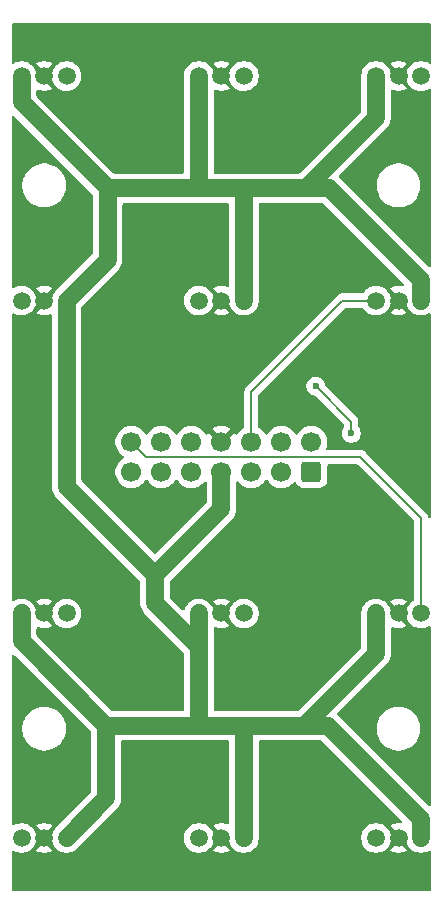
<source format=gbr>
%TF.GenerationSoftware,KiCad,Pcbnew,9.0.2*%
%TF.CreationDate,2025-06-15T15:12:45-06:00*%
%TF.ProjectId,Logic board magnetic sensor,4c6f6769-6320-4626-9f61-7264206d6167,rev?*%
%TF.SameCoordinates,Original*%
%TF.FileFunction,Copper,L1,Top*%
%TF.FilePolarity,Positive*%
%FSLAX46Y46*%
G04 Gerber Fmt 4.6, Leading zero omitted, Abs format (unit mm)*
G04 Created by KiCad (PCBNEW 9.0.2) date 2025-06-15 15:12:45*
%MOMM*%
%LPD*%
G01*
G04 APERTURE LIST*
G04 Aperture macros list*
%AMRoundRect*
0 Rectangle with rounded corners*
0 $1 Rounding radius*
0 $2 $3 $4 $5 $6 $7 $8 $9 X,Y pos of 4 corners*
0 Add a 4 corners polygon primitive as box body*
4,1,4,$2,$3,$4,$5,$6,$7,$8,$9,$2,$3,0*
0 Add four circle primitives for the rounded corners*
1,1,$1+$1,$2,$3*
1,1,$1+$1,$4,$5*
1,1,$1+$1,$6,$7*
1,1,$1+$1,$8,$9*
0 Add four rect primitives between the rounded corners*
20,1,$1+$1,$2,$3,$4,$5,0*
20,1,$1+$1,$4,$5,$6,$7,0*
20,1,$1+$1,$6,$7,$8,$9,0*
20,1,$1+$1,$8,$9,$2,$3,0*%
G04 Aperture macros list end*
%TA.AperFunction,ComponentPad*%
%ADD10C,1.500000*%
%TD*%
%TA.AperFunction,ComponentPad*%
%ADD11RoundRect,0.250000X0.600000X-0.600000X0.600000X0.600000X-0.600000X0.600000X-0.600000X-0.600000X0*%
%TD*%
%TA.AperFunction,ComponentPad*%
%ADD12C,1.700000*%
%TD*%
%TA.AperFunction,ViaPad*%
%ADD13C,0.600000*%
%TD*%
%TA.AperFunction,Conductor*%
%ADD14C,0.200000*%
%TD*%
%TA.AperFunction,Conductor*%
%ADD15C,1.500000*%
%TD*%
G04 APERTURE END LIST*
D10*
%TO.P,U12,1,VDD*%
%TO.N,VCC*%
X154905000Y-102250000D03*
%TO.P,U12,2,GND*%
%TO.N,GND*%
X153000000Y-102250000D03*
%TO.P,U12,3,OUT*%
%TO.N,Net-(J2-Pin_9)*%
X151095000Y-102250000D03*
%TD*%
%TO.P,U11,1,VDD*%
%TO.N,VCC*%
X139905000Y-102250000D03*
%TO.P,U11,2,GND*%
%TO.N,GND*%
X138000000Y-102250000D03*
%TO.P,U11,3,OUT*%
%TO.N,Net-(J2-Pin_11)*%
X136095000Y-102250000D03*
%TD*%
%TO.P,U10,1,VDD*%
%TO.N,VCC*%
X124905000Y-102250000D03*
%TO.P,U10,2,GND*%
%TO.N,GND*%
X123000000Y-102250000D03*
%TO.P,U10,3,OUT*%
%TO.N,Net-(J2-Pin_13)*%
X121095000Y-102250000D03*
%TD*%
%TO.P,U9,1,VDD*%
%TO.N,VCC*%
X151095000Y-83250000D03*
%TO.P,U9,2,GND*%
%TO.N,GND*%
X153000000Y-83250000D03*
%TO.P,U9,3,OUT*%
%TO.N,Net-(J2-Pin_14)*%
X154905000Y-83250000D03*
%TD*%
%TO.P,U8,1,VDD*%
%TO.N,VCC*%
X136095000Y-83250000D03*
%TO.P,U8,2,GND*%
%TO.N,GND*%
X138000000Y-83250000D03*
%TO.P,U8,3,OUT*%
%TO.N,Net-(J2-Pin_10)*%
X139905000Y-83250000D03*
%TD*%
%TO.P,U7,1,VDD*%
%TO.N,VCC*%
X121095000Y-83250000D03*
%TO.P,U7,2,GND*%
%TO.N,GND*%
X123000000Y-83250000D03*
%TO.P,U7,3,OUT*%
%TO.N,Net-(J2-Pin_12)*%
X124905000Y-83250000D03*
%TD*%
D11*
%TO.P,J2,1,Pin_1*%
%TO.N,Net-(J2-Pin_1)*%
X145620000Y-71270000D03*
D12*
%TO.P,J2,2,Pin_2*%
%TO.N,Net-(J2-Pin_2)*%
X145620000Y-68730000D03*
%TO.P,J2,3,Pin_3*%
%TO.N,Net-(J2-Pin_3)*%
X143080000Y-71270000D03*
%TO.P,J2,4,Pin_4*%
%TO.N,Net-(J2-Pin_4)*%
X143080000Y-68730000D03*
%TO.P,J2,5,Pin_5*%
%TO.N,Net-(J2-Pin_5)*%
X140540000Y-71270000D03*
%TO.P,J2,6,Pin_6*%
%TO.N,Net-(J2-Pin_6)*%
X140540000Y-68730000D03*
%TO.P,J2,7,Pin_7*%
%TO.N,VCC*%
X138000000Y-71270000D03*
%TO.P,J2,8,Pin_8*%
%TO.N,GND*%
X138000000Y-68730000D03*
%TO.P,J2,9,Pin_9*%
%TO.N,Net-(J2-Pin_9)*%
X135460000Y-71270000D03*
%TO.P,J2,10,Pin_10*%
%TO.N,Net-(J2-Pin_10)*%
X135460000Y-68730000D03*
%TO.P,J2,11,Pin_11*%
%TO.N,Net-(J2-Pin_11)*%
X132920000Y-71270000D03*
%TO.P,J2,12,Pin_12*%
%TO.N,Net-(J2-Pin_12)*%
X132920000Y-68730000D03*
%TO.P,J2,13,Pin_13*%
%TO.N,Net-(J2-Pin_13)*%
X130380000Y-71270000D03*
%TO.P,J2,14,Pin_14*%
%TO.N,Net-(J2-Pin_14)*%
X130380000Y-68730000D03*
%TD*%
D10*
%TO.P,U2,1,VDD*%
%TO.N,VCC*%
X136095000Y-37750000D03*
%TO.P,U2,2,GND*%
%TO.N,GND*%
X138000000Y-37750000D03*
%TO.P,U2,3,OUT*%
%TO.N,Net-(J2-Pin_5)*%
X139905000Y-37750000D03*
%TD*%
%TO.P,U6,1,VDD*%
%TO.N,VCC*%
X154905000Y-56750000D03*
%TO.P,U6,2,GND*%
%TO.N,GND*%
X153000000Y-56750000D03*
%TO.P,U6,3,OUT*%
%TO.N,Net-(J2-Pin_6)*%
X151095000Y-56750000D03*
%TD*%
%TO.P,U4,1,VDD*%
%TO.N,VCC*%
X124905000Y-56750000D03*
%TO.P,U4,2,GND*%
%TO.N,GND*%
X123000000Y-56750000D03*
%TO.P,U4,3,OUT*%
%TO.N,Net-(J2-Pin_4)*%
X121095000Y-56750000D03*
%TD*%
%TO.P,U5,1,VDD*%
%TO.N,VCC*%
X139905000Y-56750000D03*
%TO.P,U5,2,GND*%
%TO.N,GND*%
X138000000Y-56750000D03*
%TO.P,U5,3,OUT*%
%TO.N,Net-(J2-Pin_2)*%
X136095000Y-56750000D03*
%TD*%
%TO.P,U1,1,VDD*%
%TO.N,VCC*%
X121095000Y-37750000D03*
%TO.P,U1,2,GND*%
%TO.N,GND*%
X123000000Y-37750000D03*
%TO.P,U1,3,OUT*%
%TO.N,Net-(J2-Pin_3)*%
X124905000Y-37750000D03*
%TD*%
%TO.P,U3,1,VDD*%
%TO.N,VCC*%
X151095000Y-37750000D03*
%TO.P,U3,2,GND*%
%TO.N,GND*%
X153000000Y-37750000D03*
%TO.P,U3,3,OUT*%
%TO.N,Net-(J2-Pin_1)*%
X154905000Y-37750000D03*
%TD*%
D13*
%TO.N,GND*%
X141810000Y-59840000D03*
X138000000Y-61110000D03*
X126570000Y-49680000D03*
X131650000Y-86510000D03*
X125300000Y-97940000D03*
X130380000Y-95400000D03*
X145620000Y-34440000D03*
X130380000Y-34440000D03*
X148080000Y-71270000D03*
X138000000Y-66190000D03*
X135460000Y-66190000D03*
X131650000Y-76350000D03*
X127840000Y-70000000D03*
X151970000Y-64920000D03*
X146890000Y-77620000D03*
X146890000Y-67460000D03*
X131650000Y-49680000D03*
X138000000Y-50950000D03*
X141810000Y-50950000D03*
X146890000Y-62380000D03*
X145620000Y-53490000D03*
X149430000Y-52220000D03*
X149430000Y-45870000D03*
X154510000Y-52220000D03*
X154510000Y-39520000D03*
X145620000Y-43330000D03*
X139270000Y-42060000D03*
X130380000Y-43330000D03*
X121490000Y-43330000D03*
X125300000Y-53490000D03*
X127840000Y-57300000D03*
X121490000Y-61110000D03*
X135460000Y-63650000D03*
X141810000Y-66190000D03*
X149430000Y-58570000D03*
X154510000Y-72540000D03*
X153240000Y-76350000D03*
X140540000Y-73810000D03*
X145620000Y-89050000D03*
X139270000Y-77620000D03*
X135460000Y-73810000D03*
X135460000Y-80160000D03*
X122760000Y-77620000D03*
X127840000Y-80160000D03*
X127840000Y-87780000D03*
X153240000Y-85240000D03*
X140540000Y-90320000D03*
X148160000Y-97940000D03*
X143080000Y-95400000D03*
X153240000Y-95400000D03*
X122760000Y-95400000D03*
X135460000Y-95400000D03*
X127840000Y-105560000D03*
X148160000Y-105560000D03*
%TO.N,Net-(J2-Pin_5)*%
X149000000Y-68000000D03*
X146000000Y-64000000D03*
%TD*%
D14*
%TO.N,Net-(J2-Pin_5)*%
X149000000Y-67000000D02*
X149000000Y-68000000D01*
X146000000Y-64000000D02*
X149000000Y-67000000D01*
D15*
%TO.N,VCC*%
X128250000Y-98905000D02*
X128250000Y-92750000D01*
X124905000Y-102250000D02*
X128250000Y-98905000D01*
X154905000Y-100655000D02*
X147000000Y-92750000D01*
X154905000Y-102250000D02*
X154905000Y-100655000D01*
X147000000Y-92750000D02*
X145000000Y-92750000D01*
X139905000Y-92905000D02*
X139750000Y-92750000D01*
X139905000Y-102250000D02*
X139905000Y-92905000D01*
X124905000Y-72505000D02*
X124905000Y-56750000D01*
X132400000Y-80000000D02*
X124905000Y-72505000D01*
X138000000Y-74400000D02*
X138000000Y-71270000D01*
X132400000Y-82400000D02*
X132400000Y-80000000D01*
X132400000Y-80000000D02*
X138000000Y-74400000D01*
X136095000Y-86600000D02*
X136095000Y-86095000D01*
X136095000Y-86095000D02*
X132400000Y-82400000D01*
X136095000Y-86600000D02*
X136095000Y-92595000D01*
D14*
%TO.N,Net-(J2-Pin_14)*%
X131650000Y-70000000D02*
X130380000Y-68730000D01*
X149750000Y-70000000D02*
X131650000Y-70000000D01*
X154905000Y-75155000D02*
X149750000Y-70000000D01*
X154905000Y-83250000D02*
X154905000Y-75155000D01*
D15*
%TO.N,VCC*%
X136095000Y-46970000D02*
X136375000Y-47250000D01*
X136095000Y-37875000D02*
X136095000Y-46970000D01*
X121095000Y-39970000D02*
X128375000Y-47250000D01*
X121095000Y-37875000D02*
X121095000Y-39970000D01*
X139905000Y-47280000D02*
X139875000Y-47250000D01*
X139905000Y-56750000D02*
X139905000Y-47280000D01*
X128375000Y-53280000D02*
X128375000Y-47250000D01*
X124905000Y-56750000D02*
X128375000Y-53280000D01*
X147125000Y-47250000D02*
X145125000Y-47250000D01*
X154905000Y-55030000D02*
X147125000Y-47250000D01*
X154905000Y-56750000D02*
X154905000Y-55030000D01*
X151095000Y-41280000D02*
X151095000Y-37875000D01*
X145125000Y-47250000D02*
X151095000Y-41280000D01*
X139875000Y-47250000D02*
X145125000Y-47250000D01*
X128375000Y-47250000D02*
X136375000Y-47250000D01*
X136375000Y-47250000D02*
X139875000Y-47250000D01*
X139750000Y-92750000D02*
X145000000Y-92750000D01*
X136095000Y-92595000D02*
X136250000Y-92750000D01*
X136095000Y-83250000D02*
X136095000Y-86600000D01*
X128250000Y-92750000D02*
X136250000Y-92750000D01*
X145000000Y-92750000D02*
X151095000Y-86655000D01*
X136250000Y-92750000D02*
X139750000Y-92750000D01*
X121095000Y-85595000D02*
X128250000Y-92750000D01*
X151095000Y-86655000D02*
X151095000Y-83250000D01*
X121095000Y-83250000D02*
X121095000Y-85595000D01*
D14*
%TO.N,Net-(J2-Pin_6)*%
X140540000Y-64460000D02*
X140540000Y-68730000D01*
X148250000Y-56750000D02*
X140540000Y-64460000D01*
X151095000Y-56750000D02*
X148250000Y-56750000D01*
%TD*%
%TA.AperFunction,Conductor*%
%TO.N,GND*%
G36*
X138597539Y-94020185D02*
G01*
X138643294Y-94072989D01*
X138654500Y-94124500D01*
X138654500Y-100978350D01*
X138634815Y-101045389D01*
X138582011Y-101091144D01*
X138512853Y-101101088D01*
X138483056Y-101092915D01*
X138479833Y-101091580D01*
X138292705Y-101030778D01*
X138098382Y-101000000D01*
X137901618Y-101000000D01*
X137707294Y-101030778D01*
X137520161Y-101091582D01*
X137344863Y-101180899D01*
X137344859Y-101180902D01*
X137309873Y-101206320D01*
X137309872Y-101206320D01*
X137953553Y-101850000D01*
X137947339Y-101850000D01*
X137845606Y-101877259D01*
X137754394Y-101929920D01*
X137679920Y-102004394D01*
X137627259Y-102095606D01*
X137600000Y-102197339D01*
X137600000Y-102203553D01*
X137317030Y-101920583D01*
X137286781Y-101871222D01*
X137253884Y-101769975D01*
X137164524Y-101594595D01*
X137048828Y-101435354D01*
X136909646Y-101296172D01*
X136750405Y-101180476D01*
X136745124Y-101177785D01*
X136575029Y-101091117D01*
X136387826Y-101030290D01*
X136193422Y-100999500D01*
X136193417Y-100999500D01*
X135996583Y-100999500D01*
X135996578Y-100999500D01*
X135802173Y-101030290D01*
X135614970Y-101091117D01*
X135439594Y-101180476D01*
X135348741Y-101246485D01*
X135280354Y-101296172D01*
X135280352Y-101296174D01*
X135280351Y-101296174D01*
X135141174Y-101435351D01*
X135141174Y-101435352D01*
X135141172Y-101435354D01*
X135091485Y-101503741D01*
X135025476Y-101594594D01*
X134936117Y-101769970D01*
X134875290Y-101957173D01*
X134844500Y-102151577D01*
X134844500Y-102348422D01*
X134875290Y-102542826D01*
X134936117Y-102730029D01*
X135025476Y-102905405D01*
X135141172Y-103064646D01*
X135280354Y-103203828D01*
X135439595Y-103319524D01*
X135515158Y-103358025D01*
X135614970Y-103408882D01*
X135614972Y-103408882D01*
X135614975Y-103408884D01*
X135664772Y-103425064D01*
X135802173Y-103469709D01*
X135996578Y-103500500D01*
X135996583Y-103500500D01*
X136193422Y-103500500D01*
X136387826Y-103469709D01*
X136389328Y-103469221D01*
X136575025Y-103408884D01*
X136750405Y-103319524D01*
X136909646Y-103203828D01*
X137048828Y-103064646D01*
X137164524Y-102905405D01*
X137253884Y-102730025D01*
X137286782Y-102628775D01*
X137317030Y-102579415D01*
X137600000Y-102296445D01*
X137600000Y-102302661D01*
X137627259Y-102404394D01*
X137679920Y-102495606D01*
X137754394Y-102570080D01*
X137845606Y-102622741D01*
X137947339Y-102650000D01*
X137953553Y-102650000D01*
X137309873Y-103293677D01*
X137309873Y-103293678D01*
X137344858Y-103319096D01*
X137520164Y-103408418D01*
X137707294Y-103469221D01*
X137901618Y-103500000D01*
X138098382Y-103500000D01*
X138292705Y-103469221D01*
X138479835Y-103408418D01*
X138655143Y-103319095D01*
X138690125Y-103293678D01*
X138690126Y-103293678D01*
X138046448Y-102650000D01*
X138052661Y-102650000D01*
X138154394Y-102622741D01*
X138245606Y-102570080D01*
X138320080Y-102495606D01*
X138372741Y-102404394D01*
X138400000Y-102302661D01*
X138400000Y-102296446D01*
X138682968Y-102579415D01*
X138713218Y-102628777D01*
X138746117Y-102730029D01*
X138835476Y-102905405D01*
X138951172Y-103064646D01*
X139090354Y-103203828D01*
X139249595Y-103319524D01*
X139325158Y-103358025D01*
X139424970Y-103408882D01*
X139424972Y-103408882D01*
X139424975Y-103408884D01*
X139474772Y-103425064D01*
X139612173Y-103469709D01*
X139806578Y-103500500D01*
X139806583Y-103500500D01*
X140003422Y-103500500D01*
X140197826Y-103469709D01*
X140199328Y-103469221D01*
X140385025Y-103408884D01*
X140560405Y-103319524D01*
X140719646Y-103203828D01*
X140858828Y-103064646D01*
X140974524Y-102905405D01*
X141063884Y-102730025D01*
X141124709Y-102542826D01*
X141132188Y-102495606D01*
X141155500Y-102348422D01*
X141155500Y-94124500D01*
X141175185Y-94057461D01*
X141227989Y-94011706D01*
X141279500Y-94000500D01*
X144901583Y-94000500D01*
X145098417Y-94000500D01*
X146430664Y-94000500D01*
X146497703Y-94020185D01*
X146518345Y-94036819D01*
X153283776Y-100802250D01*
X153317261Y-100863573D01*
X153312277Y-100933265D01*
X153270405Y-100989198D01*
X153204941Y-101013615D01*
X153176697Y-101012404D01*
X153098382Y-101000000D01*
X152901618Y-101000000D01*
X152707294Y-101030778D01*
X152520161Y-101091582D01*
X152344863Y-101180899D01*
X152344859Y-101180902D01*
X152309873Y-101206320D01*
X152309872Y-101206320D01*
X152953553Y-101850000D01*
X152947339Y-101850000D01*
X152845606Y-101877259D01*
X152754394Y-101929920D01*
X152679920Y-102004394D01*
X152627259Y-102095606D01*
X152600000Y-102197339D01*
X152600000Y-102203553D01*
X152317030Y-101920583D01*
X152286781Y-101871222D01*
X152253884Y-101769975D01*
X152164524Y-101594595D01*
X152048828Y-101435354D01*
X151909646Y-101296172D01*
X151750405Y-101180476D01*
X151745124Y-101177785D01*
X151575029Y-101091117D01*
X151387826Y-101030290D01*
X151193422Y-100999500D01*
X151193417Y-100999500D01*
X150996583Y-100999500D01*
X150996578Y-100999500D01*
X150802173Y-101030290D01*
X150614970Y-101091117D01*
X150439594Y-101180476D01*
X150348741Y-101246485D01*
X150280354Y-101296172D01*
X150280352Y-101296174D01*
X150280351Y-101296174D01*
X150141174Y-101435351D01*
X150141174Y-101435352D01*
X150141172Y-101435354D01*
X150091485Y-101503741D01*
X150025476Y-101594594D01*
X149936117Y-101769970D01*
X149875290Y-101957173D01*
X149844500Y-102151577D01*
X149844500Y-102348422D01*
X149875290Y-102542826D01*
X149936117Y-102730029D01*
X150025476Y-102905405D01*
X150141172Y-103064646D01*
X150280354Y-103203828D01*
X150439595Y-103319524D01*
X150515158Y-103358025D01*
X150614970Y-103408882D01*
X150614972Y-103408882D01*
X150614975Y-103408884D01*
X150664772Y-103425064D01*
X150802173Y-103469709D01*
X150996578Y-103500500D01*
X150996583Y-103500500D01*
X151193422Y-103500500D01*
X151387826Y-103469709D01*
X151389328Y-103469221D01*
X151575025Y-103408884D01*
X151750405Y-103319524D01*
X151909646Y-103203828D01*
X152048828Y-103064646D01*
X152164524Y-102905405D01*
X152253884Y-102730025D01*
X152286782Y-102628775D01*
X152317030Y-102579415D01*
X152600000Y-102296445D01*
X152600000Y-102302661D01*
X152627259Y-102404394D01*
X152679920Y-102495606D01*
X152754394Y-102570080D01*
X152845606Y-102622741D01*
X152947339Y-102650000D01*
X152953553Y-102650000D01*
X152309873Y-103293677D01*
X152309873Y-103293678D01*
X152344858Y-103319096D01*
X152520164Y-103408418D01*
X152707294Y-103469221D01*
X152901618Y-103500000D01*
X153098382Y-103500000D01*
X153292705Y-103469221D01*
X153479835Y-103408418D01*
X153655143Y-103319095D01*
X153690125Y-103293678D01*
X153690126Y-103293678D01*
X153046448Y-102650000D01*
X153052661Y-102650000D01*
X153154394Y-102622741D01*
X153245606Y-102570080D01*
X153320080Y-102495606D01*
X153372741Y-102404394D01*
X153400000Y-102302661D01*
X153400000Y-102296446D01*
X153682968Y-102579415D01*
X153713218Y-102628777D01*
X153746117Y-102730029D01*
X153835476Y-102905405D01*
X153951172Y-103064646D01*
X154090354Y-103203828D01*
X154249595Y-103319524D01*
X154325158Y-103358025D01*
X154424970Y-103408882D01*
X154424972Y-103408882D01*
X154424975Y-103408884D01*
X154474772Y-103425064D01*
X154612173Y-103469709D01*
X154806578Y-103500500D01*
X154806583Y-103500500D01*
X155003422Y-103500500D01*
X155197826Y-103469709D01*
X155199328Y-103469221D01*
X155385025Y-103408884D01*
X155560405Y-103319524D01*
X155560422Y-103319511D01*
X155560701Y-103319342D01*
X155560830Y-103319306D01*
X155564746Y-103317312D01*
X155565164Y-103318134D01*
X155628145Y-103301092D01*
X155694750Y-103322202D01*
X155739368Y-103375971D01*
X155749500Y-103425064D01*
X155749500Y-106625500D01*
X155729815Y-106692539D01*
X155677011Y-106738294D01*
X155625500Y-106749500D01*
X120374500Y-106749500D01*
X120307461Y-106729815D01*
X120261706Y-106677011D01*
X120250500Y-106625500D01*
X120250500Y-103425064D01*
X120270185Y-103358025D01*
X120322989Y-103312270D01*
X120392147Y-103302326D01*
X120435008Y-103317793D01*
X120435254Y-103317312D01*
X120439090Y-103319266D01*
X120439299Y-103319342D01*
X120439582Y-103319515D01*
X120439595Y-103319524D01*
X120550379Y-103375971D01*
X120614970Y-103408882D01*
X120614972Y-103408882D01*
X120614975Y-103408884D01*
X120664772Y-103425064D01*
X120802173Y-103469709D01*
X120996578Y-103500500D01*
X120996583Y-103500500D01*
X121193422Y-103500500D01*
X121387826Y-103469709D01*
X121389328Y-103469221D01*
X121575025Y-103408884D01*
X121750405Y-103319524D01*
X121909646Y-103203828D01*
X122048828Y-103064646D01*
X122164524Y-102905405D01*
X122253884Y-102730025D01*
X122286782Y-102628775D01*
X122317030Y-102579415D01*
X122600000Y-102296445D01*
X122600000Y-102302661D01*
X122627259Y-102404394D01*
X122679920Y-102495606D01*
X122754394Y-102570080D01*
X122845606Y-102622741D01*
X122947339Y-102650000D01*
X122953553Y-102650000D01*
X122309873Y-103293677D01*
X122309873Y-103293678D01*
X122344858Y-103319096D01*
X122520164Y-103408418D01*
X122707294Y-103469221D01*
X122901618Y-103500000D01*
X123098382Y-103500000D01*
X123292705Y-103469221D01*
X123479835Y-103408418D01*
X123655143Y-103319095D01*
X123690125Y-103293678D01*
X123690126Y-103293678D01*
X123046448Y-102650000D01*
X123052661Y-102650000D01*
X123154394Y-102622741D01*
X123245606Y-102570080D01*
X123320080Y-102495606D01*
X123372741Y-102404394D01*
X123400000Y-102302661D01*
X123400000Y-102296446D01*
X123682968Y-102579414D01*
X123713218Y-102628776D01*
X123746117Y-102730030D01*
X123835476Y-102905405D01*
X123951172Y-103064646D01*
X124090354Y-103203828D01*
X124249595Y-103319524D01*
X124325158Y-103358025D01*
X124424969Y-103408882D01*
X124424971Y-103408882D01*
X124424974Y-103408884D01*
X124474771Y-103425064D01*
X124612173Y-103469709D01*
X124806578Y-103500500D01*
X124806583Y-103500500D01*
X125003422Y-103500500D01*
X125197826Y-103469709D01*
X125199328Y-103469221D01*
X125385026Y-103408884D01*
X125560405Y-103319524D01*
X125719646Y-103203828D01*
X129203828Y-99719646D01*
X129319523Y-99560406D01*
X129336516Y-99527055D01*
X129352282Y-99496115D01*
X129382330Y-99437139D01*
X129408884Y-99385025D01*
X129469709Y-99197826D01*
X129500500Y-99003422D01*
X129500500Y-94124500D01*
X129520185Y-94057461D01*
X129572989Y-94011706D01*
X129624500Y-94000500D01*
X136151583Y-94000500D01*
X138530500Y-94000500D01*
X138597539Y-94020185D01*
G37*
%TD.AperFunction*%
%TA.AperFunction,Conductor*%
G36*
X120455703Y-86724623D02*
G01*
X120462181Y-86730655D01*
X126963181Y-93231655D01*
X126996666Y-93292978D01*
X126999500Y-93319336D01*
X126999500Y-98335664D01*
X126979815Y-98402703D01*
X126963181Y-98423345D01*
X123951174Y-101435351D01*
X123951174Y-101435352D01*
X123951172Y-101435354D01*
X123901485Y-101503741D01*
X123835476Y-101594594D01*
X123746117Y-101769969D01*
X123713218Y-101871222D01*
X123682968Y-101920584D01*
X123400000Y-102203552D01*
X123400000Y-102197339D01*
X123372741Y-102095606D01*
X123320080Y-102004394D01*
X123245606Y-101929920D01*
X123154394Y-101877259D01*
X123052661Y-101850000D01*
X123046447Y-101850000D01*
X123690125Y-101206320D01*
X123690125Y-101206319D01*
X123655145Y-101180905D01*
X123479835Y-101091581D01*
X123292705Y-101030778D01*
X123098382Y-101000000D01*
X122901618Y-101000000D01*
X122707294Y-101030778D01*
X122520161Y-101091582D01*
X122344863Y-101180899D01*
X122344859Y-101180902D01*
X122309873Y-101206320D01*
X122309872Y-101206320D01*
X122953554Y-101850000D01*
X122947339Y-101850000D01*
X122845606Y-101877259D01*
X122754394Y-101929920D01*
X122679920Y-102004394D01*
X122627259Y-102095606D01*
X122600000Y-102197339D01*
X122600000Y-102203553D01*
X122317030Y-101920583D01*
X122286781Y-101871222D01*
X122253884Y-101769975D01*
X122164524Y-101594595D01*
X122048828Y-101435354D01*
X121909646Y-101296172D01*
X121750405Y-101180476D01*
X121745124Y-101177785D01*
X121575029Y-101091117D01*
X121387826Y-101030290D01*
X121193422Y-100999500D01*
X121193417Y-100999500D01*
X120996583Y-100999500D01*
X120996578Y-100999500D01*
X120802173Y-101030290D01*
X120614970Y-101091117D01*
X120439585Y-101180480D01*
X120439282Y-101180667D01*
X120439150Y-101180702D01*
X120435254Y-101182688D01*
X120434836Y-101181869D01*
X120371834Y-101198906D01*
X120305234Y-101177785D01*
X120260624Y-101124010D01*
X120250500Y-101074935D01*
X120250500Y-92878711D01*
X121149500Y-92878711D01*
X121149500Y-93121288D01*
X121181161Y-93361785D01*
X121243947Y-93596104D01*
X121336773Y-93820205D01*
X121336776Y-93820212D01*
X121458064Y-94030289D01*
X121458066Y-94030292D01*
X121458067Y-94030293D01*
X121605733Y-94222736D01*
X121605739Y-94222743D01*
X121777256Y-94394260D01*
X121777262Y-94394265D01*
X121969711Y-94541936D01*
X122179788Y-94663224D01*
X122403900Y-94756054D01*
X122638211Y-94818838D01*
X122818586Y-94842584D01*
X122878711Y-94850500D01*
X122878712Y-94850500D01*
X123121289Y-94850500D01*
X123169388Y-94844167D01*
X123361789Y-94818838D01*
X123596100Y-94756054D01*
X123820212Y-94663224D01*
X124030289Y-94541936D01*
X124222738Y-94394265D01*
X124394265Y-94222738D01*
X124541936Y-94030289D01*
X124663224Y-93820212D01*
X124756054Y-93596100D01*
X124818838Y-93361789D01*
X124850500Y-93121288D01*
X124850500Y-92878712D01*
X124818838Y-92638211D01*
X124756054Y-92403900D01*
X124663224Y-92179788D01*
X124541936Y-91969711D01*
X124394265Y-91777262D01*
X124394260Y-91777256D01*
X124222743Y-91605739D01*
X124222736Y-91605733D01*
X124030293Y-91458067D01*
X124030292Y-91458066D01*
X124030289Y-91458064D01*
X123820212Y-91336776D01*
X123820205Y-91336773D01*
X123596104Y-91243947D01*
X123361785Y-91181161D01*
X123121289Y-91149500D01*
X123121288Y-91149500D01*
X122878712Y-91149500D01*
X122878711Y-91149500D01*
X122638214Y-91181161D01*
X122403895Y-91243947D01*
X122179794Y-91336773D01*
X122179785Y-91336777D01*
X121969706Y-91458067D01*
X121777263Y-91605733D01*
X121777256Y-91605739D01*
X121605739Y-91777256D01*
X121605733Y-91777263D01*
X121458067Y-91969706D01*
X121336777Y-92179785D01*
X121336773Y-92179794D01*
X121243947Y-92403895D01*
X121181161Y-92638214D01*
X121149500Y-92878711D01*
X120250500Y-92878711D01*
X120250500Y-86818336D01*
X120270185Y-86751297D01*
X120322989Y-86705542D01*
X120392147Y-86695598D01*
X120455703Y-86724623D01*
G37*
%TD.AperFunction*%
%TA.AperFunction,Conductor*%
G36*
X153682968Y-83579415D02*
G01*
X153713218Y-83628777D01*
X153746117Y-83730029D01*
X153835476Y-83905405D01*
X153951172Y-84064646D01*
X154090354Y-84203828D01*
X154249595Y-84319524D01*
X154332455Y-84361743D01*
X154424970Y-84408882D01*
X154424972Y-84408882D01*
X154424975Y-84408884D01*
X154474772Y-84425064D01*
X154612173Y-84469709D01*
X154806578Y-84500500D01*
X154806583Y-84500500D01*
X155003422Y-84500500D01*
X155197826Y-84469709D01*
X155199328Y-84469221D01*
X155385025Y-84408884D01*
X155560405Y-84319524D01*
X155560422Y-84319511D01*
X155560701Y-84319342D01*
X155560830Y-84319306D01*
X155564746Y-84317312D01*
X155565164Y-84318134D01*
X155628145Y-84301092D01*
X155694750Y-84322202D01*
X155739368Y-84375971D01*
X155749500Y-84425064D01*
X155749500Y-99431664D01*
X155729815Y-99498703D01*
X155677011Y-99544458D01*
X155607853Y-99554402D01*
X155544297Y-99525377D01*
X155537819Y-99519345D01*
X148897185Y-92878711D01*
X151149500Y-92878711D01*
X151149500Y-93121288D01*
X151181161Y-93361785D01*
X151243947Y-93596104D01*
X151336773Y-93820205D01*
X151336776Y-93820212D01*
X151458064Y-94030289D01*
X151458066Y-94030292D01*
X151458067Y-94030293D01*
X151605733Y-94222736D01*
X151605739Y-94222743D01*
X151777256Y-94394260D01*
X151777262Y-94394265D01*
X151969711Y-94541936D01*
X152179788Y-94663224D01*
X152403900Y-94756054D01*
X152638211Y-94818838D01*
X152818586Y-94842584D01*
X152878711Y-94850500D01*
X152878712Y-94850500D01*
X153121289Y-94850500D01*
X153169388Y-94844167D01*
X153361789Y-94818838D01*
X153596100Y-94756054D01*
X153820212Y-94663224D01*
X154030289Y-94541936D01*
X154222738Y-94394265D01*
X154394265Y-94222738D01*
X154541936Y-94030289D01*
X154663224Y-93820212D01*
X154756054Y-93596100D01*
X154818838Y-93361789D01*
X154850500Y-93121288D01*
X154850500Y-92878712D01*
X154818838Y-92638211D01*
X154756054Y-92403900D01*
X154663224Y-92179788D01*
X154541936Y-91969711D01*
X154394265Y-91777262D01*
X154394260Y-91777256D01*
X154222743Y-91605739D01*
X154222736Y-91605733D01*
X154030293Y-91458067D01*
X154030292Y-91458066D01*
X154030289Y-91458064D01*
X153820212Y-91336776D01*
X153820205Y-91336773D01*
X153596104Y-91243947D01*
X153361785Y-91181161D01*
X153121289Y-91149500D01*
X153121288Y-91149500D01*
X152878712Y-91149500D01*
X152878711Y-91149500D01*
X152638214Y-91181161D01*
X152403895Y-91243947D01*
X152179794Y-91336773D01*
X152179785Y-91336777D01*
X151969706Y-91458067D01*
X151777263Y-91605733D01*
X151777256Y-91605739D01*
X151605739Y-91777256D01*
X151605733Y-91777263D01*
X151458067Y-91969706D01*
X151336777Y-92179785D01*
X151336773Y-92179794D01*
X151243947Y-92403895D01*
X151181161Y-92638214D01*
X151149500Y-92878711D01*
X148897185Y-92878711D01*
X147856154Y-91837680D01*
X147822669Y-91776357D01*
X147827653Y-91706665D01*
X147856152Y-91662320D01*
X152048829Y-87469645D01*
X152164524Y-87310405D01*
X152253884Y-87135026D01*
X152314709Y-86947826D01*
X152335218Y-86818336D01*
X152345500Y-86753421D01*
X152345500Y-84521649D01*
X152365185Y-84454610D01*
X152417989Y-84408855D01*
X152487147Y-84398911D01*
X152516957Y-84407090D01*
X152520166Y-84408419D01*
X152707294Y-84469221D01*
X152901618Y-84500000D01*
X153098382Y-84500000D01*
X153292705Y-84469221D01*
X153479835Y-84408418D01*
X153655143Y-84319095D01*
X153690125Y-84293678D01*
X153690126Y-84293678D01*
X153046447Y-83650000D01*
X153052661Y-83650000D01*
X153154394Y-83622741D01*
X153245606Y-83570080D01*
X153320080Y-83495606D01*
X153372741Y-83404394D01*
X153400000Y-83302661D01*
X153400000Y-83296447D01*
X153682968Y-83579415D01*
G37*
%TD.AperFunction*%
%TA.AperFunction,Conductor*%
G36*
X122600000Y-56802661D02*
G01*
X122627259Y-56904394D01*
X122679920Y-56995606D01*
X122754394Y-57070080D01*
X122845606Y-57122741D01*
X122947339Y-57150000D01*
X122953553Y-57150000D01*
X122309873Y-57793677D01*
X122309873Y-57793678D01*
X122344858Y-57819096D01*
X122520164Y-57908418D01*
X122707294Y-57969221D01*
X122901618Y-58000000D01*
X123098382Y-58000000D01*
X123292705Y-57969221D01*
X123479833Y-57908419D01*
X123483043Y-57907090D01*
X123484361Y-57906948D01*
X123484467Y-57906914D01*
X123484474Y-57906936D01*
X123552512Y-57899618D01*
X123614992Y-57930891D01*
X123650647Y-57990978D01*
X123654500Y-58021649D01*
X123654500Y-72603422D01*
X123685290Y-72797826D01*
X123746117Y-72985030D01*
X123835476Y-73160405D01*
X123951172Y-73319646D01*
X123951174Y-73319648D01*
X131113181Y-80481655D01*
X131146666Y-80542978D01*
X131149500Y-80569336D01*
X131149500Y-82498422D01*
X131180290Y-82692826D01*
X131241117Y-82880030D01*
X131330476Y-83055405D01*
X131446172Y-83214646D01*
X131446174Y-83214648D01*
X134808181Y-86576655D01*
X134841666Y-86637978D01*
X134844500Y-86664336D01*
X134844500Y-91375500D01*
X134824815Y-91442539D01*
X134772011Y-91488294D01*
X134720500Y-91499500D01*
X128819336Y-91499500D01*
X128752297Y-91479815D01*
X128731655Y-91463181D01*
X122381819Y-85113345D01*
X122348334Y-85052022D01*
X122345500Y-85025664D01*
X122345500Y-84521649D01*
X122365185Y-84454610D01*
X122417989Y-84408855D01*
X122487147Y-84398911D01*
X122516957Y-84407090D01*
X122520166Y-84408419D01*
X122707294Y-84469221D01*
X122901618Y-84500000D01*
X123098382Y-84500000D01*
X123292705Y-84469221D01*
X123479835Y-84408418D01*
X123655143Y-84319095D01*
X123690125Y-84293678D01*
X123690126Y-84293678D01*
X123046447Y-83650000D01*
X123052661Y-83650000D01*
X123154394Y-83622741D01*
X123245606Y-83570080D01*
X123320080Y-83495606D01*
X123372741Y-83404394D01*
X123400000Y-83302661D01*
X123400000Y-83296447D01*
X123682968Y-83579415D01*
X123713218Y-83628777D01*
X123746117Y-83730029D01*
X123835476Y-83905405D01*
X123951172Y-84064646D01*
X124090354Y-84203828D01*
X124249595Y-84319524D01*
X124332455Y-84361743D01*
X124424970Y-84408882D01*
X124424972Y-84408882D01*
X124424975Y-84408884D01*
X124474772Y-84425064D01*
X124612173Y-84469709D01*
X124806578Y-84500500D01*
X124806583Y-84500500D01*
X125003422Y-84500500D01*
X125197826Y-84469709D01*
X125199328Y-84469221D01*
X125385025Y-84408884D01*
X125560405Y-84319524D01*
X125719646Y-84203828D01*
X125858828Y-84064646D01*
X125974524Y-83905405D01*
X126063884Y-83730025D01*
X126124709Y-83542826D01*
X126132188Y-83495606D01*
X126155500Y-83348422D01*
X126155500Y-83151577D01*
X126124709Y-82957173D01*
X126063882Y-82769970D01*
X125974523Y-82594594D01*
X125858828Y-82435354D01*
X125719646Y-82296172D01*
X125560405Y-82180476D01*
X125505499Y-82152500D01*
X125385029Y-82091117D01*
X125197826Y-82030290D01*
X125003422Y-81999500D01*
X125003417Y-81999500D01*
X124806583Y-81999500D01*
X124806578Y-81999500D01*
X124612173Y-82030290D01*
X124424970Y-82091117D01*
X124249594Y-82180476D01*
X124158741Y-82246485D01*
X124090354Y-82296172D01*
X124090352Y-82296174D01*
X124090351Y-82296174D01*
X123951174Y-82435351D01*
X123951174Y-82435352D01*
X123951172Y-82435354D01*
X123905354Y-82498417D01*
X123835476Y-82594594D01*
X123746115Y-82769974D01*
X123713217Y-82871222D01*
X123682968Y-82920583D01*
X123400000Y-83203551D01*
X123400000Y-83197339D01*
X123372741Y-83095606D01*
X123320080Y-83004394D01*
X123245606Y-82929920D01*
X123154394Y-82877259D01*
X123052661Y-82850000D01*
X123046447Y-82850000D01*
X123690125Y-82206320D01*
X123690125Y-82206319D01*
X123655145Y-82180905D01*
X123479835Y-82091581D01*
X123292705Y-82030778D01*
X123098382Y-82000000D01*
X122901618Y-82000000D01*
X122707294Y-82030778D01*
X122520161Y-82091582D01*
X122344863Y-82180899D01*
X122344859Y-82180902D01*
X122309873Y-82206320D01*
X122309872Y-82206320D01*
X122953554Y-82850000D01*
X122947339Y-82850000D01*
X122845606Y-82877259D01*
X122754394Y-82929920D01*
X122679920Y-83004394D01*
X122627259Y-83095606D01*
X122600000Y-83197339D01*
X122600000Y-83203553D01*
X122317030Y-82920583D01*
X122286781Y-82871222D01*
X122253884Y-82769975D01*
X122164524Y-82594595D01*
X122048828Y-82435354D01*
X121909646Y-82296172D01*
X121750405Y-82180476D01*
X121695499Y-82152500D01*
X121575029Y-82091117D01*
X121387826Y-82030290D01*
X121193422Y-81999500D01*
X121193417Y-81999500D01*
X120996583Y-81999500D01*
X120996578Y-81999500D01*
X120802173Y-82030290D01*
X120614970Y-82091117D01*
X120439585Y-82180480D01*
X120439282Y-82180667D01*
X120439150Y-82180702D01*
X120435254Y-82182688D01*
X120434836Y-82181869D01*
X120371834Y-82198906D01*
X120305234Y-82177785D01*
X120260624Y-82124010D01*
X120250500Y-82074935D01*
X120250500Y-57925064D01*
X120270185Y-57858025D01*
X120322989Y-57812270D01*
X120392147Y-57802326D01*
X120435008Y-57817793D01*
X120435254Y-57817312D01*
X120439090Y-57819266D01*
X120439299Y-57819342D01*
X120439582Y-57819515D01*
X120439595Y-57819524D01*
X120550379Y-57875971D01*
X120614970Y-57908882D01*
X120614972Y-57908882D01*
X120614975Y-57908884D01*
X120715317Y-57941487D01*
X120802173Y-57969709D01*
X120996578Y-58000500D01*
X120996583Y-58000500D01*
X121193422Y-58000500D01*
X121387826Y-57969709D01*
X121389328Y-57969221D01*
X121575025Y-57908884D01*
X121750405Y-57819524D01*
X121909646Y-57703828D01*
X122048828Y-57564646D01*
X122164524Y-57405405D01*
X122253884Y-57230025D01*
X122286782Y-57128775D01*
X122317030Y-57079415D01*
X122600000Y-56796445D01*
X122600000Y-56802661D01*
G37*
%TD.AperFunction*%
%TA.AperFunction,Conductor*%
G36*
X149516942Y-70620185D02*
G01*
X149537584Y-70636819D01*
X154268181Y-75367416D01*
X154301666Y-75428739D01*
X154304500Y-75455097D01*
X154304500Y-82077403D01*
X154284815Y-82144442D01*
X154253386Y-82177721D01*
X154090352Y-82296173D01*
X153951174Y-82435351D01*
X153951174Y-82435352D01*
X153951172Y-82435354D01*
X153905354Y-82498417D01*
X153835476Y-82594594D01*
X153746115Y-82769974D01*
X153713217Y-82871222D01*
X153682968Y-82920583D01*
X153400000Y-83203551D01*
X153400000Y-83197339D01*
X153372741Y-83095606D01*
X153320080Y-83004394D01*
X153245606Y-82929920D01*
X153154394Y-82877259D01*
X153052661Y-82850000D01*
X153046447Y-82850000D01*
X153690125Y-82206320D01*
X153690125Y-82206319D01*
X153655145Y-82180905D01*
X153479835Y-82091581D01*
X153292705Y-82030778D01*
X153098382Y-82000000D01*
X152901618Y-82000000D01*
X152707294Y-82030778D01*
X152520161Y-82091582D01*
X152344863Y-82180899D01*
X152344859Y-82180902D01*
X152309873Y-82206320D01*
X152309872Y-82206320D01*
X152953554Y-82850000D01*
X152947339Y-82850000D01*
X152845606Y-82877259D01*
X152754394Y-82929920D01*
X152679920Y-83004394D01*
X152627259Y-83095606D01*
X152600000Y-83197339D01*
X152600000Y-83203553D01*
X152317030Y-82920583D01*
X152286781Y-82871222D01*
X152253884Y-82769975D01*
X152164524Y-82594595D01*
X152048828Y-82435354D01*
X151909646Y-82296172D01*
X151750405Y-82180476D01*
X151695499Y-82152500D01*
X151575029Y-82091117D01*
X151387826Y-82030290D01*
X151193422Y-81999500D01*
X151193417Y-81999500D01*
X150996583Y-81999500D01*
X150996578Y-81999500D01*
X150802173Y-82030290D01*
X150614970Y-82091117D01*
X150439594Y-82180476D01*
X150348741Y-82246485D01*
X150280354Y-82296172D01*
X150280352Y-82296174D01*
X150280351Y-82296174D01*
X150141174Y-82435351D01*
X150141174Y-82435352D01*
X150141172Y-82435354D01*
X150095354Y-82498417D01*
X150025476Y-82594594D01*
X149936117Y-82769970D01*
X149875290Y-82957173D01*
X149844500Y-83151577D01*
X149844500Y-86085664D01*
X149824815Y-86152703D01*
X149808181Y-86173345D01*
X144518345Y-91463181D01*
X144457022Y-91496666D01*
X144430664Y-91499500D01*
X137469500Y-91499500D01*
X137402461Y-91479815D01*
X137356706Y-91427011D01*
X137345500Y-91375500D01*
X137345500Y-84521649D01*
X137365185Y-84454610D01*
X137417989Y-84408855D01*
X137487147Y-84398911D01*
X137516957Y-84407090D01*
X137520166Y-84408419D01*
X137707294Y-84469221D01*
X137901618Y-84500000D01*
X138098382Y-84500000D01*
X138292705Y-84469221D01*
X138479835Y-84408418D01*
X138655143Y-84319095D01*
X138690125Y-84293678D01*
X138690126Y-84293678D01*
X138046447Y-83650000D01*
X138052661Y-83650000D01*
X138154394Y-83622741D01*
X138245606Y-83570080D01*
X138320080Y-83495606D01*
X138372741Y-83404394D01*
X138400000Y-83302661D01*
X138400000Y-83296447D01*
X138682968Y-83579415D01*
X138713218Y-83628777D01*
X138746117Y-83730029D01*
X138835476Y-83905405D01*
X138951172Y-84064646D01*
X139090354Y-84203828D01*
X139249595Y-84319524D01*
X139332455Y-84361743D01*
X139424970Y-84408882D01*
X139424972Y-84408882D01*
X139424975Y-84408884D01*
X139474772Y-84425064D01*
X139612173Y-84469709D01*
X139806578Y-84500500D01*
X139806583Y-84500500D01*
X140003422Y-84500500D01*
X140197826Y-84469709D01*
X140199328Y-84469221D01*
X140385025Y-84408884D01*
X140560405Y-84319524D01*
X140719646Y-84203828D01*
X140858828Y-84064646D01*
X140974524Y-83905405D01*
X141063884Y-83730025D01*
X141124709Y-83542826D01*
X141132188Y-83495606D01*
X141155500Y-83348422D01*
X141155500Y-83151577D01*
X141124709Y-82957173D01*
X141063882Y-82769970D01*
X140974523Y-82594594D01*
X140858828Y-82435354D01*
X140719646Y-82296172D01*
X140560405Y-82180476D01*
X140505499Y-82152500D01*
X140385029Y-82091117D01*
X140197826Y-82030290D01*
X140003422Y-81999500D01*
X140003417Y-81999500D01*
X139806583Y-81999500D01*
X139806578Y-81999500D01*
X139612173Y-82030290D01*
X139424970Y-82091117D01*
X139249594Y-82180476D01*
X139158741Y-82246485D01*
X139090354Y-82296172D01*
X139090352Y-82296174D01*
X139090351Y-82296174D01*
X138951174Y-82435351D01*
X138951174Y-82435352D01*
X138951172Y-82435354D01*
X138905354Y-82498417D01*
X138835476Y-82594594D01*
X138746115Y-82769974D01*
X138713217Y-82871222D01*
X138682968Y-82920583D01*
X138400000Y-83203551D01*
X138400000Y-83197339D01*
X138372741Y-83095606D01*
X138320080Y-83004394D01*
X138245606Y-82929920D01*
X138154394Y-82877259D01*
X138052661Y-82850000D01*
X138046447Y-82850000D01*
X138690125Y-82206320D01*
X138690125Y-82206319D01*
X138655145Y-82180905D01*
X138479835Y-82091581D01*
X138292705Y-82030778D01*
X138098382Y-82000000D01*
X137901618Y-82000000D01*
X137707294Y-82030778D01*
X137520161Y-82091582D01*
X137344863Y-82180899D01*
X137344859Y-82180902D01*
X137309873Y-82206320D01*
X137309872Y-82206320D01*
X137953554Y-82850000D01*
X137947339Y-82850000D01*
X137845606Y-82877259D01*
X137754394Y-82929920D01*
X137679920Y-83004394D01*
X137627259Y-83095606D01*
X137600000Y-83197339D01*
X137600000Y-83203553D01*
X137317030Y-82920583D01*
X137286781Y-82871222D01*
X137253884Y-82769975D01*
X137164524Y-82594595D01*
X137048828Y-82435354D01*
X136909646Y-82296172D01*
X136750405Y-82180476D01*
X136695499Y-82152500D01*
X136575029Y-82091117D01*
X136387826Y-82030290D01*
X136193422Y-81999500D01*
X136193417Y-81999500D01*
X135996583Y-81999500D01*
X135996578Y-81999500D01*
X135802173Y-82030290D01*
X135614970Y-82091117D01*
X135439594Y-82180476D01*
X135348741Y-82246485D01*
X135280354Y-82296172D01*
X135280352Y-82296174D01*
X135280351Y-82296174D01*
X135141174Y-82435351D01*
X135141174Y-82435352D01*
X135141172Y-82435354D01*
X135095354Y-82498417D01*
X135025476Y-82594594D01*
X134936117Y-82769970D01*
X134901122Y-82877674D01*
X134861684Y-82935349D01*
X134797325Y-82962547D01*
X134728479Y-82950632D01*
X134695510Y-82927036D01*
X133686819Y-81918345D01*
X133653334Y-81857022D01*
X133650500Y-81830664D01*
X133650500Y-80569336D01*
X133670185Y-80502297D01*
X133686819Y-80481655D01*
X136024629Y-78143845D01*
X138953828Y-75214646D01*
X139069524Y-75055405D01*
X139158884Y-74880026D01*
X139219709Y-74692826D01*
X139223302Y-74670139D01*
X139250500Y-74498422D01*
X139250500Y-72174397D01*
X139270185Y-72107358D01*
X139322989Y-72061603D01*
X139392147Y-72051659D01*
X139455703Y-72080684D01*
X139474817Y-72101510D01*
X139479066Y-72107358D01*
X139509896Y-72149792D01*
X139660213Y-72300109D01*
X139832179Y-72425048D01*
X139832181Y-72425049D01*
X139832184Y-72425051D01*
X140021588Y-72521557D01*
X140223757Y-72587246D01*
X140433713Y-72620500D01*
X140433714Y-72620500D01*
X140646286Y-72620500D01*
X140646287Y-72620500D01*
X140856243Y-72587246D01*
X141058412Y-72521557D01*
X141247816Y-72425051D01*
X141273235Y-72406583D01*
X141419786Y-72300109D01*
X141419788Y-72300106D01*
X141419792Y-72300104D01*
X141570104Y-72149792D01*
X141570106Y-72149788D01*
X141570109Y-72149786D01*
X141695048Y-71977820D01*
X141695047Y-71977820D01*
X141695051Y-71977816D01*
X141699514Y-71969054D01*
X141747488Y-71918259D01*
X141815308Y-71901463D01*
X141881444Y-71923999D01*
X141920486Y-71969056D01*
X141924951Y-71977820D01*
X142049890Y-72149786D01*
X142200213Y-72300109D01*
X142372179Y-72425048D01*
X142372181Y-72425049D01*
X142372184Y-72425051D01*
X142561588Y-72521557D01*
X142763757Y-72587246D01*
X142973713Y-72620500D01*
X142973714Y-72620500D01*
X143186286Y-72620500D01*
X143186287Y-72620500D01*
X143396243Y-72587246D01*
X143598412Y-72521557D01*
X143787816Y-72425051D01*
X143813235Y-72406583D01*
X143959786Y-72300109D01*
X143959788Y-72300106D01*
X143959792Y-72300104D01*
X144110104Y-72149792D01*
X144113660Y-72144896D01*
X144168987Y-72102230D01*
X144238600Y-72096248D01*
X144300397Y-72128851D01*
X144331686Y-72178772D01*
X144335186Y-72189334D01*
X144427288Y-72338656D01*
X144551344Y-72462712D01*
X144700666Y-72554814D01*
X144867203Y-72609999D01*
X144969991Y-72620500D01*
X146270008Y-72620499D01*
X146372797Y-72609999D01*
X146539334Y-72554814D01*
X146688656Y-72462712D01*
X146812712Y-72338656D01*
X146904814Y-72189334D01*
X146959999Y-72022797D01*
X146970500Y-71920009D01*
X146970499Y-70724499D01*
X146990184Y-70657461D01*
X147042987Y-70611706D01*
X147094499Y-70600500D01*
X149449903Y-70600500D01*
X149516942Y-70620185D01*
G37*
%TD.AperFunction*%
%TA.AperFunction,Conductor*%
G36*
X138597539Y-48520185D02*
G01*
X138643294Y-48572989D01*
X138654500Y-48624500D01*
X138654500Y-55478350D01*
X138634815Y-55545389D01*
X138582011Y-55591144D01*
X138512853Y-55601088D01*
X138483056Y-55592915D01*
X138479833Y-55591580D01*
X138292705Y-55530778D01*
X138098382Y-55500000D01*
X137901618Y-55500000D01*
X137707294Y-55530778D01*
X137520161Y-55591582D01*
X137344863Y-55680899D01*
X137344859Y-55680902D01*
X137309873Y-55706320D01*
X137309872Y-55706320D01*
X137953553Y-56350000D01*
X137947339Y-56350000D01*
X137845606Y-56377259D01*
X137754394Y-56429920D01*
X137679920Y-56504394D01*
X137627259Y-56595606D01*
X137600000Y-56697339D01*
X137600000Y-56703553D01*
X137317030Y-56420583D01*
X137286781Y-56371221D01*
X137253884Y-56269975D01*
X137164524Y-56094595D01*
X137048828Y-55935354D01*
X136909646Y-55796172D01*
X136750405Y-55680476D01*
X136745124Y-55677785D01*
X136575029Y-55591117D01*
X136387826Y-55530290D01*
X136193422Y-55499500D01*
X136193417Y-55499500D01*
X135996583Y-55499500D01*
X135996578Y-55499500D01*
X135802173Y-55530290D01*
X135614970Y-55591117D01*
X135439594Y-55680476D01*
X135348741Y-55746485D01*
X135280354Y-55796172D01*
X135280352Y-55796174D01*
X135280351Y-55796174D01*
X135141174Y-55935351D01*
X135141174Y-55935352D01*
X135141172Y-55935354D01*
X135091485Y-56003741D01*
X135025476Y-56094594D01*
X134936117Y-56269970D01*
X134875290Y-56457173D01*
X134844500Y-56651577D01*
X134844500Y-56848422D01*
X134875290Y-57042826D01*
X134936117Y-57230029D01*
X135016006Y-57386819D01*
X135025476Y-57405405D01*
X135141172Y-57564646D01*
X135280354Y-57703828D01*
X135439595Y-57819524D01*
X135515158Y-57858025D01*
X135614970Y-57908882D01*
X135614972Y-57908882D01*
X135614975Y-57908884D01*
X135715317Y-57941487D01*
X135802173Y-57969709D01*
X135996578Y-58000500D01*
X135996583Y-58000500D01*
X136193422Y-58000500D01*
X136387826Y-57969709D01*
X136389328Y-57969221D01*
X136575025Y-57908884D01*
X136750405Y-57819524D01*
X136909646Y-57703828D01*
X137048828Y-57564646D01*
X137164524Y-57405405D01*
X137253884Y-57230025D01*
X137286782Y-57128775D01*
X137317030Y-57079415D01*
X137600000Y-56796445D01*
X137600000Y-56802661D01*
X137627259Y-56904394D01*
X137679920Y-56995606D01*
X137754394Y-57070080D01*
X137845606Y-57122741D01*
X137947339Y-57150000D01*
X137953553Y-57150000D01*
X137309873Y-57793677D01*
X137309873Y-57793678D01*
X137344858Y-57819096D01*
X137520164Y-57908418D01*
X137707294Y-57969221D01*
X137901618Y-58000000D01*
X138098382Y-58000000D01*
X138292705Y-57969221D01*
X138479835Y-57908418D01*
X138655143Y-57819095D01*
X138690125Y-57793678D01*
X138690126Y-57793678D01*
X138046448Y-57150000D01*
X138052661Y-57150000D01*
X138154394Y-57122741D01*
X138245606Y-57070080D01*
X138320080Y-56995606D01*
X138372741Y-56904394D01*
X138400000Y-56802661D01*
X138400000Y-56796446D01*
X138682968Y-57079415D01*
X138713218Y-57128777D01*
X138746117Y-57230029D01*
X138826006Y-57386819D01*
X138835476Y-57405405D01*
X138951172Y-57564646D01*
X139090354Y-57703828D01*
X139249595Y-57819524D01*
X139325158Y-57858025D01*
X139424970Y-57908882D01*
X139424972Y-57908882D01*
X139424975Y-57908884D01*
X139525317Y-57941487D01*
X139612173Y-57969709D01*
X139806578Y-58000500D01*
X139806583Y-58000500D01*
X140003422Y-58000500D01*
X140197826Y-57969709D01*
X140199328Y-57969221D01*
X140385025Y-57908884D01*
X140560405Y-57819524D01*
X140719646Y-57703828D01*
X140858828Y-57564646D01*
X140974524Y-57405405D01*
X141060603Y-57236463D01*
X141063882Y-57230029D01*
X141063882Y-57230028D01*
X141063884Y-57230025D01*
X141124709Y-57042826D01*
X141132188Y-56995606D01*
X141155500Y-56848422D01*
X141155500Y-48624500D01*
X141175185Y-48557461D01*
X141227989Y-48511706D01*
X141279500Y-48500500D01*
X145026583Y-48500500D01*
X145223417Y-48500500D01*
X146555664Y-48500500D01*
X146622703Y-48520185D01*
X146643345Y-48536819D01*
X153437943Y-55331417D01*
X153471428Y-55392740D01*
X153466444Y-55462432D01*
X153424572Y-55518365D01*
X153359108Y-55542782D01*
X153311945Y-55537029D01*
X153292710Y-55530779D01*
X153292705Y-55530778D01*
X153098382Y-55500000D01*
X152901618Y-55500000D01*
X152707294Y-55530778D01*
X152520161Y-55591582D01*
X152344863Y-55680899D01*
X152344859Y-55680902D01*
X152309873Y-55706320D01*
X152309872Y-55706320D01*
X152953553Y-56350000D01*
X152947339Y-56350000D01*
X152845606Y-56377259D01*
X152754394Y-56429920D01*
X152679920Y-56504394D01*
X152627259Y-56595606D01*
X152600000Y-56697339D01*
X152600000Y-56703553D01*
X152317030Y-56420583D01*
X152286781Y-56371221D01*
X152253884Y-56269975D01*
X152164524Y-56094595D01*
X152048828Y-55935354D01*
X151909646Y-55796172D01*
X151750405Y-55680476D01*
X151745124Y-55677785D01*
X151575029Y-55591117D01*
X151387826Y-55530290D01*
X151193422Y-55499500D01*
X151193417Y-55499500D01*
X150996583Y-55499500D01*
X150996578Y-55499500D01*
X150802173Y-55530290D01*
X150614970Y-55591117D01*
X150439594Y-55680476D01*
X150348741Y-55746485D01*
X150280354Y-55796172D01*
X150280352Y-55796174D01*
X150280351Y-55796174D01*
X150141174Y-55935351D01*
X150141174Y-55935352D01*
X150141172Y-55935354D01*
X150025477Y-56094594D01*
X150022722Y-56098386D01*
X149967392Y-56141051D01*
X149922404Y-56149500D01*
X148336670Y-56149500D01*
X148336654Y-56149499D01*
X148329058Y-56149499D01*
X148170943Y-56149499D01*
X148094579Y-56169961D01*
X148018214Y-56190423D01*
X148018209Y-56190426D01*
X147881290Y-56269475D01*
X147881282Y-56269481D01*
X140059481Y-64091282D01*
X140059479Y-64091285D01*
X140009361Y-64178094D01*
X140009359Y-64178096D01*
X139980425Y-64228209D01*
X139980424Y-64228210D01*
X139964544Y-64287472D01*
X139939499Y-64380943D01*
X139939499Y-64380945D01*
X139939499Y-64549046D01*
X139939500Y-64549059D01*
X139939500Y-67444281D01*
X139919815Y-67511320D01*
X139871795Y-67554765D01*
X139832185Y-67574947D01*
X139832184Y-67574948D01*
X139660213Y-67699890D01*
X139509890Y-67850213D01*
X139384949Y-68022182D01*
X139380202Y-68031499D01*
X139332227Y-68082293D01*
X139264405Y-68099087D01*
X139198271Y-68076548D01*
X139159234Y-68031495D01*
X139154626Y-68022452D01*
X139115270Y-67968282D01*
X139115269Y-67968282D01*
X138482962Y-68600589D01*
X138465925Y-68537007D01*
X138400099Y-68422993D01*
X138307007Y-68329901D01*
X138192993Y-68264075D01*
X138129409Y-68247037D01*
X138761716Y-67614728D01*
X138707550Y-67575375D01*
X138518217Y-67478904D01*
X138316129Y-67413242D01*
X138106246Y-67380000D01*
X137893754Y-67380000D01*
X137683872Y-67413242D01*
X137683869Y-67413242D01*
X137481782Y-67478904D01*
X137292439Y-67575380D01*
X137238282Y-67614727D01*
X137238282Y-67614728D01*
X137870591Y-68247037D01*
X137807007Y-68264075D01*
X137692993Y-68329901D01*
X137599901Y-68422993D01*
X137534075Y-68537007D01*
X137517037Y-68600591D01*
X136884728Y-67968282D01*
X136884727Y-67968282D01*
X136845380Y-68022440D01*
X136845376Y-68022446D01*
X136840760Y-68031505D01*
X136792781Y-68082297D01*
X136724959Y-68099087D01*
X136658826Y-68076543D01*
X136619794Y-68031493D01*
X136615051Y-68022184D01*
X136615049Y-68022181D01*
X136615048Y-68022179D01*
X136490109Y-67850213D01*
X136339786Y-67699890D01*
X136167820Y-67574951D01*
X135978414Y-67478444D01*
X135978413Y-67478443D01*
X135978412Y-67478443D01*
X135776243Y-67412754D01*
X135776241Y-67412753D01*
X135776240Y-67412753D01*
X135614957Y-67387208D01*
X135566287Y-67379500D01*
X135353713Y-67379500D01*
X135305042Y-67387208D01*
X135143760Y-67412753D01*
X134941585Y-67478444D01*
X134752179Y-67574951D01*
X134580213Y-67699890D01*
X134429890Y-67850213D01*
X134304949Y-68022182D01*
X134300484Y-68030946D01*
X134252509Y-68081742D01*
X134184688Y-68098536D01*
X134118553Y-68075998D01*
X134079516Y-68030946D01*
X134075050Y-68022182D01*
X133950109Y-67850213D01*
X133799786Y-67699890D01*
X133627820Y-67574951D01*
X133438414Y-67478444D01*
X133438413Y-67478443D01*
X133438412Y-67478443D01*
X133236243Y-67412754D01*
X133236241Y-67412753D01*
X133236240Y-67412753D01*
X133074957Y-67387208D01*
X133026287Y-67379500D01*
X132813713Y-67379500D01*
X132765042Y-67387208D01*
X132603760Y-67412753D01*
X132401585Y-67478444D01*
X132212179Y-67574951D01*
X132040213Y-67699890D01*
X131889890Y-67850213D01*
X131764949Y-68022182D01*
X131760484Y-68030946D01*
X131712509Y-68081742D01*
X131644688Y-68098536D01*
X131578553Y-68075998D01*
X131539516Y-68030946D01*
X131535050Y-68022182D01*
X131410109Y-67850213D01*
X131259786Y-67699890D01*
X131087820Y-67574951D01*
X130898414Y-67478444D01*
X130898413Y-67478443D01*
X130898412Y-67478443D01*
X130696243Y-67412754D01*
X130696241Y-67412753D01*
X130696240Y-67412753D01*
X130534957Y-67387208D01*
X130486287Y-67379500D01*
X130273713Y-67379500D01*
X130225042Y-67387208D01*
X130063760Y-67412753D01*
X129861585Y-67478444D01*
X129672179Y-67574951D01*
X129500213Y-67699890D01*
X129349890Y-67850213D01*
X129224951Y-68022179D01*
X129128444Y-68211585D01*
X129062753Y-68413760D01*
X129029500Y-68623713D01*
X129029500Y-68836286D01*
X129062753Y-69046239D01*
X129128444Y-69248414D01*
X129224951Y-69437820D01*
X129349890Y-69609786D01*
X129500213Y-69760109D01*
X129672182Y-69885050D01*
X129680946Y-69889516D01*
X129731742Y-69937491D01*
X129748536Y-70005312D01*
X129725998Y-70071447D01*
X129680946Y-70110484D01*
X129672182Y-70114949D01*
X129500213Y-70239890D01*
X129349890Y-70390213D01*
X129224951Y-70562179D01*
X129128444Y-70751585D01*
X129062753Y-70953760D01*
X129029500Y-71163713D01*
X129029500Y-71376286D01*
X129062753Y-71586239D01*
X129128444Y-71788414D01*
X129224951Y-71977820D01*
X129349890Y-72149786D01*
X129500213Y-72300109D01*
X129672179Y-72425048D01*
X129672181Y-72425049D01*
X129672184Y-72425051D01*
X129861588Y-72521557D01*
X130063757Y-72587246D01*
X130273713Y-72620500D01*
X130273714Y-72620500D01*
X130486286Y-72620500D01*
X130486287Y-72620500D01*
X130696243Y-72587246D01*
X130898412Y-72521557D01*
X131087816Y-72425051D01*
X131113235Y-72406583D01*
X131259786Y-72300109D01*
X131259788Y-72300106D01*
X131259792Y-72300104D01*
X131410104Y-72149792D01*
X131410106Y-72149788D01*
X131410109Y-72149786D01*
X131535048Y-71977820D01*
X131535047Y-71977820D01*
X131535051Y-71977816D01*
X131539514Y-71969054D01*
X131587488Y-71918259D01*
X131655308Y-71901463D01*
X131721444Y-71923999D01*
X131760486Y-71969056D01*
X131764951Y-71977820D01*
X131889890Y-72149786D01*
X132040213Y-72300109D01*
X132212179Y-72425048D01*
X132212181Y-72425049D01*
X132212184Y-72425051D01*
X132401588Y-72521557D01*
X132603757Y-72587246D01*
X132813713Y-72620500D01*
X132813714Y-72620500D01*
X133026286Y-72620500D01*
X133026287Y-72620500D01*
X133236243Y-72587246D01*
X133438412Y-72521557D01*
X133627816Y-72425051D01*
X133653235Y-72406583D01*
X133799786Y-72300109D01*
X133799788Y-72300106D01*
X133799792Y-72300104D01*
X133950104Y-72149792D01*
X133950106Y-72149788D01*
X133950109Y-72149786D01*
X134075048Y-71977820D01*
X134075047Y-71977820D01*
X134075051Y-71977816D01*
X134079514Y-71969054D01*
X134127488Y-71918259D01*
X134195308Y-71901463D01*
X134261444Y-71923999D01*
X134300486Y-71969056D01*
X134304951Y-71977820D01*
X134429890Y-72149786D01*
X134580213Y-72300109D01*
X134752179Y-72425048D01*
X134752181Y-72425049D01*
X134752184Y-72425051D01*
X134941588Y-72521557D01*
X135143757Y-72587246D01*
X135353713Y-72620500D01*
X135353714Y-72620500D01*
X135566286Y-72620500D01*
X135566287Y-72620500D01*
X135776243Y-72587246D01*
X135978412Y-72521557D01*
X136167816Y-72425051D01*
X136193235Y-72406583D01*
X136339786Y-72300109D01*
X136339788Y-72300106D01*
X136339792Y-72300104D01*
X136490104Y-72149792D01*
X136525181Y-72101511D01*
X136580511Y-72058846D01*
X136650124Y-72052867D01*
X136711920Y-72085472D01*
X136746277Y-72146311D01*
X136749500Y-72174397D01*
X136749500Y-73830664D01*
X136729815Y-73897703D01*
X136713181Y-73918345D01*
X132487681Y-78143845D01*
X132426358Y-78177330D01*
X132356666Y-78172346D01*
X132312319Y-78143845D01*
X126191819Y-72023345D01*
X126158334Y-71962022D01*
X126155500Y-71935664D01*
X126155500Y-57319336D01*
X126175185Y-57252297D01*
X126191819Y-57231655D01*
X126864444Y-56559030D01*
X128092057Y-55331417D01*
X129328828Y-54094646D01*
X129444524Y-53935405D01*
X129533884Y-53760026D01*
X129594709Y-53572826D01*
X129625500Y-53378422D01*
X129625500Y-48624500D01*
X129645185Y-48557461D01*
X129697989Y-48511706D01*
X129749500Y-48500500D01*
X136276583Y-48500500D01*
X136276584Y-48500500D01*
X136473417Y-48500500D01*
X138530500Y-48500500D01*
X138597539Y-48520185D01*
G37*
%TD.AperFunction*%
%TA.AperFunction,Conductor*%
G36*
X152600000Y-56802661D02*
G01*
X152627259Y-56904394D01*
X152679920Y-56995606D01*
X152754394Y-57070080D01*
X152845606Y-57122741D01*
X152947339Y-57150000D01*
X152953553Y-57150000D01*
X152309873Y-57793677D01*
X152309873Y-57793678D01*
X152344858Y-57819096D01*
X152520164Y-57908418D01*
X152707294Y-57969221D01*
X152901618Y-58000000D01*
X153098382Y-58000000D01*
X153292705Y-57969221D01*
X153479835Y-57908418D01*
X153655143Y-57819095D01*
X153690125Y-57793678D01*
X153690126Y-57793678D01*
X153046448Y-57150000D01*
X153052661Y-57150000D01*
X153154394Y-57122741D01*
X153245606Y-57070080D01*
X153320080Y-56995606D01*
X153372741Y-56904394D01*
X153400000Y-56802661D01*
X153400000Y-56796446D01*
X153682968Y-57079415D01*
X153713218Y-57128777D01*
X153746117Y-57230029D01*
X153826006Y-57386819D01*
X153835476Y-57405405D01*
X153951172Y-57564646D01*
X154090354Y-57703828D01*
X154249595Y-57819524D01*
X154325158Y-57858025D01*
X154424970Y-57908882D01*
X154424972Y-57908882D01*
X154424975Y-57908884D01*
X154525317Y-57941487D01*
X154612173Y-57969709D01*
X154806578Y-58000500D01*
X154806583Y-58000500D01*
X155003422Y-58000500D01*
X155197826Y-57969709D01*
X155199328Y-57969221D01*
X155385025Y-57908884D01*
X155560405Y-57819524D01*
X155560422Y-57819511D01*
X155560701Y-57819342D01*
X155560830Y-57819306D01*
X155564746Y-57817312D01*
X155565164Y-57818134D01*
X155628145Y-57801092D01*
X155694750Y-57822202D01*
X155739368Y-57875971D01*
X155749500Y-57925064D01*
X155749500Y-75044687D01*
X155745401Y-75058644D01*
X155746184Y-75073172D01*
X155735754Y-75091497D01*
X155729815Y-75111726D01*
X155718821Y-75121252D01*
X155711625Y-75133897D01*
X155692943Y-75143675D01*
X155677011Y-75157481D01*
X155662612Y-75159551D01*
X155649723Y-75166298D01*
X155628723Y-75164424D01*
X155607853Y-75167425D01*
X155594618Y-75161380D01*
X155580129Y-75160088D01*
X155563476Y-75147158D01*
X155544297Y-75138400D01*
X155535426Y-75125380D01*
X155524941Y-75117240D01*
X155513576Y-75093311D01*
X155508574Y-75085970D01*
X155505501Y-75077266D01*
X155505501Y-75075943D01*
X155464577Y-74923215D01*
X155435639Y-74873095D01*
X155385520Y-74786284D01*
X155273716Y-74674480D01*
X155273715Y-74674479D01*
X155269385Y-74670149D01*
X155269374Y-74670139D01*
X150237590Y-69638355D01*
X150237588Y-69638352D01*
X150118717Y-69519481D01*
X150118716Y-69519480D01*
X150031904Y-69469360D01*
X150031904Y-69469359D01*
X150031900Y-69469358D01*
X149981785Y-69440423D01*
X149829057Y-69399499D01*
X149670943Y-69399499D01*
X149663347Y-69399499D01*
X149663331Y-69399500D01*
X146993137Y-69399500D01*
X146926098Y-69379815D01*
X146880343Y-69327011D01*
X146870399Y-69257853D01*
X146875206Y-69237182D01*
X146909999Y-69130099D01*
X146937246Y-69046243D01*
X146970500Y-68836287D01*
X146970500Y-68623713D01*
X146937246Y-68413757D01*
X146871557Y-68211588D01*
X146775051Y-68022184D01*
X146775049Y-68022181D01*
X146775048Y-68022179D01*
X146650109Y-67850213D01*
X146499786Y-67699890D01*
X146327820Y-67574951D01*
X146138414Y-67478444D01*
X146138413Y-67478443D01*
X146138412Y-67478443D01*
X145936243Y-67412754D01*
X145936241Y-67412753D01*
X145936240Y-67412753D01*
X145774957Y-67387208D01*
X145726287Y-67379500D01*
X145513713Y-67379500D01*
X145465042Y-67387208D01*
X145303760Y-67412753D01*
X145101585Y-67478444D01*
X144912179Y-67574951D01*
X144740213Y-67699890D01*
X144589890Y-67850213D01*
X144464949Y-68022182D01*
X144460484Y-68030946D01*
X144412509Y-68081742D01*
X144344688Y-68098536D01*
X144278553Y-68075998D01*
X144239516Y-68030946D01*
X144235050Y-68022182D01*
X144110109Y-67850213D01*
X143959786Y-67699890D01*
X143787820Y-67574951D01*
X143598414Y-67478444D01*
X143598413Y-67478443D01*
X143598412Y-67478443D01*
X143396243Y-67412754D01*
X143396241Y-67412753D01*
X143396240Y-67412753D01*
X143234957Y-67387208D01*
X143186287Y-67379500D01*
X142973713Y-67379500D01*
X142925042Y-67387208D01*
X142763760Y-67412753D01*
X142561585Y-67478444D01*
X142372179Y-67574951D01*
X142200213Y-67699890D01*
X142049890Y-67850213D01*
X141924949Y-68022182D01*
X141920484Y-68030946D01*
X141872509Y-68081742D01*
X141804688Y-68098536D01*
X141738553Y-68075998D01*
X141699516Y-68030946D01*
X141695050Y-68022182D01*
X141570109Y-67850213D01*
X141419786Y-67699890D01*
X141247815Y-67574948D01*
X141247814Y-67574947D01*
X141208205Y-67554765D01*
X141157409Y-67506791D01*
X141140500Y-67444281D01*
X141140500Y-64760097D01*
X141160185Y-64693058D01*
X141176819Y-64672416D01*
X141928082Y-63921153D01*
X145199500Y-63921153D01*
X145199500Y-64078846D01*
X145230261Y-64233489D01*
X145230264Y-64233501D01*
X145290602Y-64379172D01*
X145290609Y-64379185D01*
X145378210Y-64510288D01*
X145378213Y-64510292D01*
X145489707Y-64621786D01*
X145489711Y-64621789D01*
X145620814Y-64709390D01*
X145620827Y-64709397D01*
X145766498Y-64769735D01*
X145766503Y-64769737D01*
X145831147Y-64782595D01*
X145921849Y-64800638D01*
X145983760Y-64833023D01*
X145985339Y-64834574D01*
X148363181Y-67212416D01*
X148377884Y-67239343D01*
X148394477Y-67265162D01*
X148395368Y-67271362D01*
X148396666Y-67273739D01*
X148399500Y-67300097D01*
X148399500Y-67420234D01*
X148379815Y-67487273D01*
X148378602Y-67489125D01*
X148290609Y-67620814D01*
X148290602Y-67620827D01*
X148230264Y-67766498D01*
X148230261Y-67766510D01*
X148199500Y-67921153D01*
X148199500Y-68078846D01*
X148230261Y-68233489D01*
X148230264Y-68233501D01*
X148290602Y-68379172D01*
X148290609Y-68379185D01*
X148378210Y-68510288D01*
X148378213Y-68510292D01*
X148489707Y-68621786D01*
X148489711Y-68621789D01*
X148620814Y-68709390D01*
X148620827Y-68709397D01*
X148766498Y-68769735D01*
X148766503Y-68769737D01*
X148921153Y-68800499D01*
X148921156Y-68800500D01*
X148921158Y-68800500D01*
X149078844Y-68800500D01*
X149078845Y-68800499D01*
X149233497Y-68769737D01*
X149379179Y-68709394D01*
X149510289Y-68621789D01*
X149621789Y-68510289D01*
X149709394Y-68379179D01*
X149769737Y-68233497D01*
X149800500Y-68078842D01*
X149800500Y-67921158D01*
X149800500Y-67921155D01*
X149800499Y-67921153D01*
X149769738Y-67766510D01*
X149769737Y-67766503D01*
X149742145Y-67699890D01*
X149709397Y-67620827D01*
X149709390Y-67620814D01*
X149621398Y-67489125D01*
X149600520Y-67422447D01*
X149600500Y-67420234D01*
X149600500Y-67089060D01*
X149600501Y-67089047D01*
X149600501Y-66920944D01*
X149559576Y-66768214D01*
X149559573Y-66768209D01*
X149480524Y-66631290D01*
X149480518Y-66631282D01*
X146834573Y-63985337D01*
X146801088Y-63924014D01*
X146800637Y-63921847D01*
X146769738Y-63766510D01*
X146769737Y-63766503D01*
X146769735Y-63766498D01*
X146709397Y-63620827D01*
X146709390Y-63620814D01*
X146621789Y-63489711D01*
X146621786Y-63489707D01*
X146510292Y-63378213D01*
X146510288Y-63378210D01*
X146379185Y-63290609D01*
X146379172Y-63290602D01*
X146233501Y-63230264D01*
X146233489Y-63230261D01*
X146078845Y-63199500D01*
X146078842Y-63199500D01*
X145921158Y-63199500D01*
X145921155Y-63199500D01*
X145766510Y-63230261D01*
X145766498Y-63230264D01*
X145620827Y-63290602D01*
X145620814Y-63290609D01*
X145489711Y-63378210D01*
X145489707Y-63378213D01*
X145378213Y-63489707D01*
X145378210Y-63489711D01*
X145290609Y-63620814D01*
X145290602Y-63620827D01*
X145230264Y-63766498D01*
X145230261Y-63766510D01*
X145199500Y-63921153D01*
X141928082Y-63921153D01*
X142021850Y-63827385D01*
X148462417Y-57386819D01*
X148523740Y-57353334D01*
X148550098Y-57350500D01*
X149922404Y-57350500D01*
X149989443Y-57370185D01*
X150022722Y-57401614D01*
X150025475Y-57405403D01*
X150025476Y-57405405D01*
X150141172Y-57564646D01*
X150280354Y-57703828D01*
X150439595Y-57819524D01*
X150515158Y-57858025D01*
X150614970Y-57908882D01*
X150614972Y-57908882D01*
X150614975Y-57908884D01*
X150715317Y-57941487D01*
X150802173Y-57969709D01*
X150996578Y-58000500D01*
X150996583Y-58000500D01*
X151193422Y-58000500D01*
X151387826Y-57969709D01*
X151389328Y-57969221D01*
X151575025Y-57908884D01*
X151750405Y-57819524D01*
X151909646Y-57703828D01*
X152048828Y-57564646D01*
X152164524Y-57405405D01*
X152253884Y-57230025D01*
X152286782Y-57128775D01*
X152317030Y-57079415D01*
X152600000Y-56796445D01*
X152600000Y-56802661D01*
G37*
%TD.AperFunction*%
%TA.AperFunction,Conductor*%
G36*
X120455703Y-41099623D02*
G01*
X120462181Y-41105655D01*
X127088181Y-47731655D01*
X127121666Y-47792978D01*
X127124500Y-47819336D01*
X127124500Y-52710664D01*
X127104815Y-52777703D01*
X127088181Y-52798345D01*
X123951174Y-55935351D01*
X123951174Y-55935352D01*
X123951172Y-55935354D01*
X123901485Y-56003741D01*
X123835476Y-56094594D01*
X123745668Y-56270852D01*
X123744609Y-56274609D01*
X123713218Y-56371221D01*
X123682968Y-56420584D01*
X123400000Y-56703553D01*
X123400000Y-56697339D01*
X123372741Y-56595606D01*
X123320080Y-56504394D01*
X123245606Y-56429920D01*
X123154394Y-56377259D01*
X123052661Y-56350000D01*
X123046447Y-56350000D01*
X123690125Y-55706320D01*
X123690125Y-55706319D01*
X123655145Y-55680905D01*
X123479835Y-55591581D01*
X123292705Y-55530778D01*
X123098382Y-55500000D01*
X122901618Y-55500000D01*
X122707294Y-55530778D01*
X122520161Y-55591582D01*
X122344863Y-55680899D01*
X122344859Y-55680902D01*
X122309873Y-55706320D01*
X122309872Y-55706320D01*
X122953554Y-56350000D01*
X122947339Y-56350000D01*
X122845606Y-56377259D01*
X122754394Y-56429920D01*
X122679920Y-56504394D01*
X122627259Y-56595606D01*
X122600000Y-56697339D01*
X122600000Y-56703553D01*
X122317030Y-56420583D01*
X122286781Y-56371221D01*
X122253884Y-56269975D01*
X122164524Y-56094595D01*
X122048828Y-55935354D01*
X121909646Y-55796172D01*
X121750405Y-55680476D01*
X121745124Y-55677785D01*
X121575029Y-55591117D01*
X121387826Y-55530290D01*
X121193422Y-55499500D01*
X121193417Y-55499500D01*
X120996583Y-55499500D01*
X120996578Y-55499500D01*
X120802173Y-55530290D01*
X120614970Y-55591117D01*
X120439585Y-55680480D01*
X120439282Y-55680667D01*
X120439150Y-55680702D01*
X120435254Y-55682688D01*
X120434836Y-55681869D01*
X120371834Y-55698906D01*
X120305234Y-55677785D01*
X120260624Y-55624010D01*
X120250500Y-55574935D01*
X120250500Y-46878711D01*
X121149500Y-46878711D01*
X121149500Y-47121288D01*
X121181161Y-47361785D01*
X121243947Y-47596104D01*
X121315138Y-47767974D01*
X121336776Y-47820212D01*
X121458064Y-48030289D01*
X121458066Y-48030292D01*
X121458067Y-48030293D01*
X121605733Y-48222736D01*
X121605739Y-48222743D01*
X121777256Y-48394260D01*
X121777262Y-48394265D01*
X121969711Y-48541936D01*
X122179788Y-48663224D01*
X122403900Y-48756054D01*
X122638211Y-48818838D01*
X122818586Y-48842584D01*
X122878711Y-48850500D01*
X122878712Y-48850500D01*
X123121289Y-48850500D01*
X123169388Y-48844167D01*
X123361789Y-48818838D01*
X123596100Y-48756054D01*
X123820212Y-48663224D01*
X124030289Y-48541936D01*
X124222738Y-48394265D01*
X124394265Y-48222738D01*
X124541936Y-48030289D01*
X124663224Y-47820212D01*
X124756054Y-47596100D01*
X124818838Y-47361789D01*
X124850500Y-47121288D01*
X124850500Y-46878712D01*
X124818838Y-46638211D01*
X124756054Y-46403900D01*
X124663224Y-46179788D01*
X124541936Y-45969711D01*
X124394265Y-45777262D01*
X124394260Y-45777256D01*
X124222743Y-45605739D01*
X124222736Y-45605733D01*
X124030293Y-45458067D01*
X124030292Y-45458066D01*
X124030289Y-45458064D01*
X123820212Y-45336776D01*
X123820205Y-45336773D01*
X123596104Y-45243947D01*
X123361785Y-45181161D01*
X123121289Y-45149500D01*
X123121288Y-45149500D01*
X122878712Y-45149500D01*
X122878711Y-45149500D01*
X122638214Y-45181161D01*
X122403895Y-45243947D01*
X122179794Y-45336773D01*
X122179785Y-45336777D01*
X121969706Y-45458067D01*
X121777263Y-45605733D01*
X121777256Y-45605739D01*
X121605739Y-45777256D01*
X121605733Y-45777263D01*
X121458067Y-45969706D01*
X121458064Y-45969710D01*
X121458064Y-45969711D01*
X121447335Y-45988294D01*
X121336777Y-46179785D01*
X121336773Y-46179794D01*
X121243947Y-46403895D01*
X121181161Y-46638214D01*
X121149500Y-46878711D01*
X120250500Y-46878711D01*
X120250500Y-41193336D01*
X120270185Y-41126297D01*
X120322989Y-41080542D01*
X120392147Y-41070598D01*
X120455703Y-41099623D01*
G37*
%TD.AperFunction*%
%TA.AperFunction,Conductor*%
G36*
X153682968Y-38079415D02*
G01*
X153713218Y-38128777D01*
X153746117Y-38230029D01*
X153835476Y-38405405D01*
X153951172Y-38564646D01*
X154090354Y-38703828D01*
X154249595Y-38819524D01*
X154332455Y-38861743D01*
X154424970Y-38908882D01*
X154424972Y-38908882D01*
X154424975Y-38908884D01*
X154474772Y-38925064D01*
X154612173Y-38969709D01*
X154806578Y-39000500D01*
X154806583Y-39000500D01*
X155003422Y-39000500D01*
X155197826Y-38969709D01*
X155199328Y-38969221D01*
X155385025Y-38908884D01*
X155560405Y-38819524D01*
X155560422Y-38819511D01*
X155560701Y-38819342D01*
X155560830Y-38819306D01*
X155564746Y-38817312D01*
X155565164Y-38818134D01*
X155628145Y-38801092D01*
X155694750Y-38822202D01*
X155739368Y-38875971D01*
X155749500Y-38925064D01*
X155749500Y-53806664D01*
X155729815Y-53873703D01*
X155677011Y-53919458D01*
X155607853Y-53929402D01*
X155544297Y-53900377D01*
X155537819Y-53894345D01*
X148522185Y-46878711D01*
X151149500Y-46878711D01*
X151149500Y-47121288D01*
X151181161Y-47361785D01*
X151243947Y-47596104D01*
X151315138Y-47767974D01*
X151336776Y-47820212D01*
X151458064Y-48030289D01*
X151458066Y-48030292D01*
X151458067Y-48030293D01*
X151605733Y-48222736D01*
X151605739Y-48222743D01*
X151777256Y-48394260D01*
X151777262Y-48394265D01*
X151969711Y-48541936D01*
X152179788Y-48663224D01*
X152403900Y-48756054D01*
X152638211Y-48818838D01*
X152818586Y-48842584D01*
X152878711Y-48850500D01*
X152878712Y-48850500D01*
X153121289Y-48850500D01*
X153169388Y-48844167D01*
X153361789Y-48818838D01*
X153596100Y-48756054D01*
X153820212Y-48663224D01*
X154030289Y-48541936D01*
X154222738Y-48394265D01*
X154394265Y-48222738D01*
X154541936Y-48030289D01*
X154663224Y-47820212D01*
X154756054Y-47596100D01*
X154818838Y-47361789D01*
X154850500Y-47121288D01*
X154850500Y-46878712D01*
X154818838Y-46638211D01*
X154756054Y-46403900D01*
X154663224Y-46179788D01*
X154541936Y-45969711D01*
X154394265Y-45777262D01*
X154394260Y-45777256D01*
X154222743Y-45605739D01*
X154222736Y-45605733D01*
X154030293Y-45458067D01*
X154030292Y-45458066D01*
X154030289Y-45458064D01*
X153820212Y-45336776D01*
X153820205Y-45336773D01*
X153596104Y-45243947D01*
X153361785Y-45181161D01*
X153121289Y-45149500D01*
X153121288Y-45149500D01*
X152878712Y-45149500D01*
X152878711Y-45149500D01*
X152638214Y-45181161D01*
X152403895Y-45243947D01*
X152179794Y-45336773D01*
X152179785Y-45336777D01*
X151969706Y-45458067D01*
X151777263Y-45605733D01*
X151777256Y-45605739D01*
X151605739Y-45777256D01*
X151605733Y-45777263D01*
X151458067Y-45969706D01*
X151458064Y-45969710D01*
X151458064Y-45969711D01*
X151447335Y-45988294D01*
X151336777Y-46179785D01*
X151336773Y-46179794D01*
X151243947Y-46403895D01*
X151181161Y-46638214D01*
X151149500Y-46878711D01*
X148522185Y-46878711D01*
X147981154Y-46337680D01*
X147947669Y-46276357D01*
X147952653Y-46206665D01*
X147981152Y-46162320D01*
X152048828Y-42094646D01*
X152164524Y-41935405D01*
X152253884Y-41760026D01*
X152314709Y-41572826D01*
X152345500Y-41378422D01*
X152345500Y-39021649D01*
X152365185Y-38954610D01*
X152417989Y-38908855D01*
X152487147Y-38898911D01*
X152516957Y-38907090D01*
X152520166Y-38908419D01*
X152707294Y-38969221D01*
X152901618Y-39000000D01*
X153098382Y-39000000D01*
X153292705Y-38969221D01*
X153479835Y-38908418D01*
X153655143Y-38819095D01*
X153690125Y-38793678D01*
X153690126Y-38793678D01*
X153046447Y-38150000D01*
X153052661Y-38150000D01*
X153154394Y-38122741D01*
X153245606Y-38070080D01*
X153320080Y-37995606D01*
X153372741Y-37904394D01*
X153400000Y-37802661D01*
X153400000Y-37796447D01*
X153682968Y-38079415D01*
G37*
%TD.AperFunction*%
%TA.AperFunction,Conductor*%
G36*
X155692539Y-33270185D02*
G01*
X155738294Y-33322989D01*
X155749500Y-33374500D01*
X155749500Y-36574935D01*
X155729815Y-36641974D01*
X155677011Y-36687729D01*
X155607853Y-36697673D01*
X155564990Y-36682208D01*
X155564746Y-36682688D01*
X155560928Y-36680743D01*
X155560718Y-36680667D01*
X155560414Y-36680480D01*
X155385029Y-36591117D01*
X155197826Y-36530290D01*
X155003422Y-36499500D01*
X155003417Y-36499500D01*
X154806583Y-36499500D01*
X154806578Y-36499500D01*
X154612173Y-36530290D01*
X154424970Y-36591117D01*
X154249594Y-36680476D01*
X154158741Y-36746485D01*
X154090354Y-36796172D01*
X154090352Y-36796174D01*
X154090351Y-36796174D01*
X153951174Y-36935351D01*
X153951174Y-36935352D01*
X153951172Y-36935354D01*
X153901485Y-37003741D01*
X153835476Y-37094594D01*
X153746115Y-37269974D01*
X153713217Y-37371222D01*
X153682968Y-37420583D01*
X153400000Y-37703551D01*
X153400000Y-37697339D01*
X153372741Y-37595606D01*
X153320080Y-37504394D01*
X153245606Y-37429920D01*
X153154394Y-37377259D01*
X153052661Y-37350000D01*
X153046447Y-37350000D01*
X153690125Y-36706320D01*
X153690125Y-36706319D01*
X153655145Y-36680905D01*
X153479835Y-36591581D01*
X153292705Y-36530778D01*
X153098382Y-36500000D01*
X152901618Y-36500000D01*
X152707294Y-36530778D01*
X152520161Y-36591582D01*
X152344863Y-36680899D01*
X152344859Y-36680902D01*
X152309873Y-36706320D01*
X152309872Y-36706320D01*
X152953554Y-37350000D01*
X152947339Y-37350000D01*
X152845606Y-37377259D01*
X152754394Y-37429920D01*
X152679920Y-37504394D01*
X152627259Y-37595606D01*
X152600000Y-37697339D01*
X152600000Y-37703553D01*
X152317030Y-37420583D01*
X152286781Y-37371222D01*
X152253884Y-37269975D01*
X152164524Y-37094595D01*
X152048828Y-36935354D01*
X151909646Y-36796172D01*
X151750405Y-36680476D01*
X151745124Y-36677785D01*
X151575029Y-36591117D01*
X151387826Y-36530290D01*
X151193422Y-36499500D01*
X151193417Y-36499500D01*
X150996583Y-36499500D01*
X150996578Y-36499500D01*
X150802173Y-36530290D01*
X150614970Y-36591117D01*
X150439594Y-36680476D01*
X150348741Y-36746485D01*
X150280354Y-36796172D01*
X150280352Y-36796174D01*
X150280351Y-36796174D01*
X150141174Y-36935351D01*
X150141174Y-36935352D01*
X150141172Y-36935354D01*
X150091485Y-37003741D01*
X150025476Y-37094594D01*
X149936117Y-37269970D01*
X149875290Y-37457173D01*
X149844500Y-37651577D01*
X149844500Y-40710664D01*
X149824815Y-40777703D01*
X149808181Y-40798345D01*
X144643345Y-45963181D01*
X144582022Y-45996666D01*
X144555664Y-45999500D01*
X137469500Y-45999500D01*
X137402461Y-45979815D01*
X137356706Y-45927011D01*
X137345500Y-45875500D01*
X137345500Y-39021649D01*
X137365185Y-38954610D01*
X137417989Y-38908855D01*
X137487147Y-38898911D01*
X137516957Y-38907090D01*
X137520166Y-38908419D01*
X137707294Y-38969221D01*
X137901618Y-39000000D01*
X138098382Y-39000000D01*
X138292705Y-38969221D01*
X138479835Y-38908418D01*
X138655143Y-38819095D01*
X138690125Y-38793678D01*
X138690126Y-38793678D01*
X138046447Y-38150000D01*
X138052661Y-38150000D01*
X138154394Y-38122741D01*
X138245606Y-38070080D01*
X138320080Y-37995606D01*
X138372741Y-37904394D01*
X138400000Y-37802661D01*
X138400000Y-37796447D01*
X138682968Y-38079415D01*
X138713218Y-38128777D01*
X138746117Y-38230029D01*
X138835476Y-38405405D01*
X138951172Y-38564646D01*
X139090354Y-38703828D01*
X139249595Y-38819524D01*
X139332455Y-38861743D01*
X139424970Y-38908882D01*
X139424972Y-38908882D01*
X139424975Y-38908884D01*
X139474772Y-38925064D01*
X139612173Y-38969709D01*
X139806578Y-39000500D01*
X139806583Y-39000500D01*
X140003422Y-39000500D01*
X140197826Y-38969709D01*
X140199328Y-38969221D01*
X140385025Y-38908884D01*
X140560405Y-38819524D01*
X140719646Y-38703828D01*
X140858828Y-38564646D01*
X140974524Y-38405405D01*
X141063884Y-38230025D01*
X141124709Y-38042826D01*
X141132188Y-37995606D01*
X141155500Y-37848422D01*
X141155500Y-37651577D01*
X141124709Y-37457173D01*
X141063882Y-37269970D01*
X140974523Y-37094594D01*
X140858828Y-36935354D01*
X140719646Y-36796172D01*
X140560405Y-36680476D01*
X140555124Y-36677785D01*
X140385029Y-36591117D01*
X140197826Y-36530290D01*
X140003422Y-36499500D01*
X140003417Y-36499500D01*
X139806583Y-36499500D01*
X139806578Y-36499500D01*
X139612173Y-36530290D01*
X139424970Y-36591117D01*
X139249594Y-36680476D01*
X139158741Y-36746485D01*
X139090354Y-36796172D01*
X139090352Y-36796174D01*
X139090351Y-36796174D01*
X138951174Y-36935351D01*
X138951174Y-36935352D01*
X138951172Y-36935354D01*
X138901485Y-37003741D01*
X138835476Y-37094594D01*
X138746115Y-37269974D01*
X138713217Y-37371222D01*
X138682968Y-37420583D01*
X138400000Y-37703551D01*
X138400000Y-37697339D01*
X138372741Y-37595606D01*
X138320080Y-37504394D01*
X138245606Y-37429920D01*
X138154394Y-37377259D01*
X138052661Y-37350000D01*
X138046447Y-37350000D01*
X138690125Y-36706320D01*
X138690125Y-36706319D01*
X138655145Y-36680905D01*
X138479835Y-36591581D01*
X138292705Y-36530778D01*
X138098382Y-36500000D01*
X137901618Y-36500000D01*
X137707294Y-36530778D01*
X137520161Y-36591582D01*
X137344863Y-36680899D01*
X137344859Y-36680902D01*
X137309873Y-36706320D01*
X137309872Y-36706320D01*
X137953554Y-37350000D01*
X137947339Y-37350000D01*
X137845606Y-37377259D01*
X137754394Y-37429920D01*
X137679920Y-37504394D01*
X137627259Y-37595606D01*
X137600000Y-37697339D01*
X137600000Y-37703553D01*
X137317030Y-37420583D01*
X137286781Y-37371222D01*
X137253884Y-37269975D01*
X137164524Y-37094595D01*
X137048828Y-36935354D01*
X136909646Y-36796172D01*
X136750405Y-36680476D01*
X136745124Y-36677785D01*
X136575029Y-36591117D01*
X136387826Y-36530290D01*
X136193422Y-36499500D01*
X136193417Y-36499500D01*
X135996583Y-36499500D01*
X135996578Y-36499500D01*
X135802173Y-36530290D01*
X135614970Y-36591117D01*
X135439594Y-36680476D01*
X135348741Y-36746485D01*
X135280354Y-36796172D01*
X135280352Y-36796174D01*
X135280351Y-36796174D01*
X135141174Y-36935351D01*
X135141174Y-36935352D01*
X135141172Y-36935354D01*
X135091485Y-37003741D01*
X135025476Y-37094594D01*
X134936117Y-37269970D01*
X134875290Y-37457173D01*
X134844500Y-37651577D01*
X134844500Y-45875500D01*
X134824815Y-45942539D01*
X134772011Y-45988294D01*
X134720500Y-45999500D01*
X128944337Y-45999500D01*
X128877298Y-45979815D01*
X128856656Y-45963181D01*
X122381819Y-39488344D01*
X122348334Y-39427021D01*
X122345500Y-39400663D01*
X122345500Y-39021649D01*
X122365185Y-38954610D01*
X122417989Y-38908855D01*
X122487147Y-38898911D01*
X122516957Y-38907090D01*
X122520166Y-38908419D01*
X122707294Y-38969221D01*
X122901618Y-39000000D01*
X123098382Y-39000000D01*
X123292705Y-38969221D01*
X123479835Y-38908418D01*
X123655143Y-38819095D01*
X123690125Y-38793678D01*
X123690126Y-38793678D01*
X123046447Y-38150000D01*
X123052661Y-38150000D01*
X123154394Y-38122741D01*
X123245606Y-38070080D01*
X123320080Y-37995606D01*
X123372741Y-37904394D01*
X123400000Y-37802661D01*
X123400000Y-37796447D01*
X123682968Y-38079415D01*
X123713218Y-38128777D01*
X123746117Y-38230029D01*
X123835476Y-38405405D01*
X123951172Y-38564646D01*
X124090354Y-38703828D01*
X124249595Y-38819524D01*
X124332455Y-38861743D01*
X124424970Y-38908882D01*
X124424972Y-38908882D01*
X124424975Y-38908884D01*
X124474772Y-38925064D01*
X124612173Y-38969709D01*
X124806578Y-39000500D01*
X124806583Y-39000500D01*
X125003422Y-39000500D01*
X125197826Y-38969709D01*
X125199328Y-38969221D01*
X125385025Y-38908884D01*
X125560405Y-38819524D01*
X125719646Y-38703828D01*
X125858828Y-38564646D01*
X125974524Y-38405405D01*
X126063884Y-38230025D01*
X126124709Y-38042826D01*
X126132188Y-37995606D01*
X126155500Y-37848422D01*
X126155500Y-37651577D01*
X126124709Y-37457173D01*
X126063882Y-37269970D01*
X125974523Y-37094594D01*
X125858828Y-36935354D01*
X125719646Y-36796172D01*
X125560405Y-36680476D01*
X125555124Y-36677785D01*
X125385029Y-36591117D01*
X125197826Y-36530290D01*
X125003422Y-36499500D01*
X125003417Y-36499500D01*
X124806583Y-36499500D01*
X124806578Y-36499500D01*
X124612173Y-36530290D01*
X124424970Y-36591117D01*
X124249594Y-36680476D01*
X124158741Y-36746485D01*
X124090354Y-36796172D01*
X124090352Y-36796174D01*
X124090351Y-36796174D01*
X123951174Y-36935351D01*
X123951174Y-36935352D01*
X123951172Y-36935354D01*
X123901485Y-37003741D01*
X123835476Y-37094594D01*
X123746115Y-37269974D01*
X123713217Y-37371222D01*
X123682968Y-37420583D01*
X123400000Y-37703551D01*
X123400000Y-37697339D01*
X123372741Y-37595606D01*
X123320080Y-37504394D01*
X123245606Y-37429920D01*
X123154394Y-37377259D01*
X123052661Y-37350000D01*
X123046447Y-37350000D01*
X123690125Y-36706320D01*
X123690125Y-36706319D01*
X123655145Y-36680905D01*
X123479835Y-36591581D01*
X123292705Y-36530778D01*
X123098382Y-36500000D01*
X122901618Y-36500000D01*
X122707294Y-36530778D01*
X122520161Y-36591582D01*
X122344863Y-36680899D01*
X122344859Y-36680902D01*
X122309873Y-36706320D01*
X122309872Y-36706320D01*
X122953554Y-37350000D01*
X122947339Y-37350000D01*
X122845606Y-37377259D01*
X122754394Y-37429920D01*
X122679920Y-37504394D01*
X122627259Y-37595606D01*
X122600000Y-37697339D01*
X122600000Y-37703553D01*
X122317030Y-37420583D01*
X122286781Y-37371222D01*
X122253884Y-37269975D01*
X122164524Y-37094595D01*
X122048828Y-36935354D01*
X121909646Y-36796172D01*
X121750405Y-36680476D01*
X121745124Y-36677785D01*
X121575029Y-36591117D01*
X121387826Y-36530290D01*
X121193422Y-36499500D01*
X121193417Y-36499500D01*
X120996583Y-36499500D01*
X120996578Y-36499500D01*
X120802173Y-36530290D01*
X120614970Y-36591117D01*
X120439585Y-36680480D01*
X120439282Y-36680667D01*
X120439150Y-36680702D01*
X120435254Y-36682688D01*
X120434836Y-36681869D01*
X120371834Y-36698906D01*
X120305234Y-36677785D01*
X120260624Y-36624010D01*
X120250500Y-36574935D01*
X120250500Y-33374500D01*
X120270185Y-33307461D01*
X120322989Y-33261706D01*
X120374500Y-33250500D01*
X155625500Y-33250500D01*
X155692539Y-33270185D01*
G37*
%TD.AperFunction*%
%TD*%
M02*

</source>
